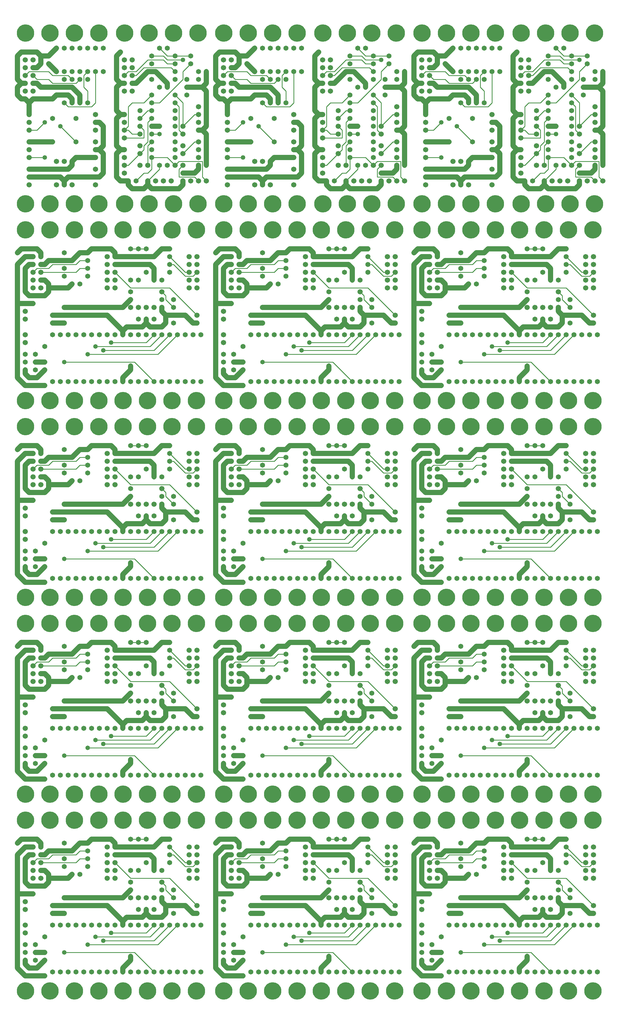
<source format=gbl>
%MOIN*%
%FSLAX25Y25*%
G04 D10 used for Character Trace; *
G04     Circle (OD=.01000) (No hole)*
G04 D11 used for Power Trace; *
G04     Circle (OD=.06500) (No hole)*
G04 D12 used for Signal Trace; *
G04     Circle (OD=.01100) (No hole)*
G04 D13 used for Via; *
G04     Circle (OD=.05800) (Round. Hole ID=.02800)*
G04 D14 used for Component hole; *
G04     Circle (OD=.06500) (Round. Hole ID=.03500)*
G04 D15 used for Component hole; *
G04     Circle (OD=.06700) (Round. Hole ID=.04300)*
G04 D16 used for Component hole; *
G04     Circle (OD=.08100) (Round. Hole ID=.05100)*
G04 D17 used for Component hole; *
G04     Circle (OD=.08900) (Round. Hole ID=.05900)*
G04 D18 used for Component hole; *
G04     Circle (OD=.11300) (Round. Hole ID=.08300)*
G04 D19 used for Component hole; *
G04     Circle (OD=.16000) (Round. Hole ID=.13000)*
G04 D20 used for Component hole; *
G04     Circle (OD=.18300) (Round. Hole ID=.15300)*
G04 D21 used for Component hole; *
G04     Circle (OD=.22291) (Round. Hole ID=.19291)*
%ADD10C,.01000*%
%ADD11C,.06500*%
%ADD12C,.01100*%
%ADD13C,.05800*%
%ADD14C,.06500*%
%ADD15C,.06700*%
%ADD16C,.08100*%
%ADD17C,.08900*%
%ADD18C,.11300*%
%ADD19C,.16000*%
%ADD20C,.18300*%
%ADD21C,.22291*%
%IPPOS*%
%LPD*%
G90*X0Y0D02*D21*X15625Y15625D03*D11*              
X15000Y35000D02*X40000D01*D14*D03*D11*            
X20000Y45000D02*X30000D01*X20000D02*              
X15000Y50000D01*Y55000D01*D14*D03*X28000Y65000D03*
D11*X40000D01*D14*D03*Y55000D03*D11*              
X30000Y45000D01*D14*X28000Y55000D03*D11*          
X15000Y35000D02*X5000Y45000D01*Y140000D01*        
X25000D01*D13*D03*D15*X15000Y130000D03*D11*       
X20000Y150000D02*X40000D01*X45000Y155000D01*      
Y160000D01*X70000D01*X75000Y165000D01*D14*D03*    
X65000Y175000D03*X85000Y165000D03*D12*            
X35000Y180000D02*X80000D01*D15*X35000D03*D12*     
X25000D02*X30000Y185000D01*D15*X25000Y180000D03*  
D12*X30000Y185000D02*X45000D01*X50000Y190000D01*  
X80000D01*X85000Y195000D01*X95000D01*D14*D03*D11* 
X75000D02*X85000Y205000D01*X65000Y195000D02*      
X75000D01*D14*X65000D03*D11*X45000D01*            
X40000Y190000D01*X35000D01*D15*D03*               
X25000Y200000D03*D11*X15000D01*X5000Y190000D01*   
Y140000D01*X20000Y150000D02*X15000Y155000D01*     
Y185000D01*X20000Y190000D01*X25000D01*D15*D03*    
X35000Y200000D03*D11*Y205000D01*X30000Y210000D01* 
X10000D01*X5000Y205000D01*D13*D03*D21*            
X15625Y234375D03*D11*X45000Y165000D02*            
X40000Y170000D01*X45000Y160000D02*Y165000D01*D15* 
X35000Y170000D03*D11*X40000D01*D15*               
X35000Y160000D03*X25000Y170000D03*Y160000D03*D14* 
X65000Y185000D03*Y205000D03*D15*Y135000D03*D11*   
X90000D01*D14*D03*D11*X140000D01*                 
X150000Y145000D01*D14*D03*D15*X160000Y135000D03*  
D14*X150000Y155000D03*D15*Y135000D03*D12*         
Y160000D02*X200000D01*X235000Y125000D01*D15*D03*  
D11*X230000Y115000D02*X235000D01*D15*D03*D11*     
X230000D02*X220000Y125000D01*X205000D01*D14*D03*  
D11*X195000D01*Y115000D01*X190000Y110000D01*      
X175000D01*X170000Y115000D01*X165000Y110000D01*   
X145000D01*X140000Y105000D01*Y100000D01*D14*D03*  
D11*Y105000D02*X120000Y125000D01*X90000D01*D14*   
D03*D11*X75000D01*D15*D03*D11*X50000D01*D14*D03*  
Y115000D03*D11*X65000D01*D15*D03*D14*             
X80000Y100000D03*X50000D03*X60000D03*X70000D03*   
X90000D03*X40000Y85000D03*X100000Y100000D03*      
X28000Y75000D03*D13*X105000Y85000D03*D12*         
X175000D01*X190000Y100000D01*D14*D03*X200000D03*  
D12*X180000Y80000D01*X115000D01*D13*D03*          
X125000Y90000D03*D12*X170000D01*X180000Y100000D01*
D14*D03*X170000D03*D11*Y115000D02*Y120000D01*D14* 
D03*X180000D03*X160000D03*D15*X180000Y135000D03*  
X170000D03*D14*X150000Y100000D03*X160000D03*D11*  
X195000Y125000D02*X190000Y130000D01*Y135000D01*   
D15*D03*D12*X205000D02*X195000Y145000D01*D14*     
X205000Y135000D03*D12*X195000Y145000D02*          
Y150000D01*X190000Y155000D01*D15*D03*D14*         
Y145000D03*X205000D03*X190000Y170000D03*          
X180000D03*D11*Y185000D01*X175000Y190000D01*      
X170000D01*D14*D03*D11*X130000D01*D15*D03*        
X120000Y200000D03*Y180000D03*X130000Y200000D03*   
D11*X170000D01*D14*D03*D11*X180000D01*            
X190000Y210000D01*X200000D01*D14*D03*Y200000D03*  
D12*X220000Y180000D01*X225000D01*D15*D03*D12*     
X220000Y175000D02*X230000D01*X220000D02*          
X205000Y190000D01*X200000D01*D14*D03*Y180000D03*  
D15*X225000Y170000D03*Y190000D03*Y200000D03*D14*  
X170000Y210000D03*D12*X160000D01*D14*D03*D12*     
X150000D01*D14*D03*D11*X130000Y200000D02*         
Y205000D01*X125000Y210000D01*X100000D01*          
X95000Y205000D01*D14*D03*D11*X85000D01*D12*       
X80000Y180000D02*X85000Y185000D01*X95000D01*D14*  
D03*Y175000D03*D15*X120000Y160000D03*Y170000D03*  
Y190000D03*X130000Y160000D03*Y170000D03*          
Y180000D03*D12*X150000Y160000D01*D14*             
X160000Y170000D03*X150000D03*X170000Y180000D03*   
X205000Y115000D03*X210000Y100000D03*D12*          
X185000Y75000D01*X95000D01*D13*D03*D14*           
X120000Y100000D03*X110000D03*D13*X65000Y65000D03* 
D12*X155000D01*X180000Y40000D01*D14*D03*          
X190000D03*X170000D03*X200000D03*X160000D03*D21*  
X203125Y15625D03*X171875D03*D13*X150000Y60000D03* 
D11*Y55000D01*X140000Y45000D01*Y40000D01*D14*D03* 
X150000D03*X130000D03*X120000D03*D21*             
X140625Y15625D03*D14*X110000Y40000D03*D21*        
X109375Y15625D03*D14*X100000Y40000D03*X90000D03*  
X80000D03*X130000Y100000D03*D21*X78125Y15625D03*  
D14*X210000Y40000D03*X70000D03*X220000D03*        
X60000D03*X220000Y100000D03*X230000Y40000D03*     
X50000D03*X230000Y100000D03*D21*X234375Y15625D03* 
X46875D03*D14*X240000Y40000D03*Y100000D03*D15*    
X235000Y160000D03*X225000D03*X15000Y120000D03*    
Y100000D03*Y90000D03*D14*Y75000D03*Y65000D03*D15* 
X235000Y170000D03*D12*X230000Y175000D02*          
X235000Y180000D01*D15*D03*Y190000D03*Y200000D03*  
D21*X234375Y234375D03*X203125D03*X171875D03*      
X140625D03*X109375D03*X78125D03*X46875D03*G90*    
X0Y2000D02*X234375Y267625D03*X203125D03*          
X171875D03*X140625D03*X109375D03*X78125D03*       
X46875D03*X15625D03*D14*X40000Y287000D03*D11*     
X15000D01*X5000Y297000D01*Y392000D01*X25000D01*   
D13*D03*D15*X15000Y382000D03*D11*X20000Y402000D02*
X40000D01*X45000Y407000D01*Y412000D01*X70000D01*  
X75000Y417000D01*D14*D03*X65000Y427000D03*        
X85000Y417000D03*D12*X35000Y432000D02*X80000D01*  
D15*X35000D03*D12*X25000D02*X30000Y437000D01*D15* 
X25000Y432000D03*D12*X30000Y437000D02*X45000D01*  
X50000Y442000D01*X80000D01*X85000Y447000D01*      
X95000D01*D14*D03*D11*X75000D02*X85000Y457000D01* 
X65000Y447000D02*X75000D01*D14*X65000D03*D11*     
X45000D01*X40000Y442000D01*X35000D01*D15*D03*     
X25000Y452000D03*D11*X15000D01*X5000Y442000D01*   
Y392000D01*X20000Y402000D02*X15000Y407000D01*     
Y437000D01*X20000Y442000D01*X25000D01*D15*D03*    
X35000Y452000D03*D11*Y457000D01*X30000Y462000D01* 
X10000D01*X5000Y457000D01*D13*D03*D21*            
X15625Y486375D03*D11*X45000Y417000D02*            
X40000Y422000D01*X45000Y412000D02*Y417000D01*D15* 
X35000Y422000D03*D11*X40000D01*D15*               
X35000Y412000D03*X25000Y422000D03*Y412000D03*D14* 
X65000Y437000D03*Y457000D03*D15*Y387000D03*D11*   
X90000D01*D14*D03*D11*X140000D01*                 
X150000Y397000D01*D14*D03*D15*X160000Y387000D03*  
D14*X150000Y407000D03*D15*Y387000D03*D12*         
Y412000D02*X200000D01*X235000Y377000D01*D15*D03*  
D11*X230000Y367000D02*X235000D01*D15*D03*D11*     
X230000D02*X220000Y377000D01*X205000D01*D14*D03*  
D11*X195000D01*Y367000D01*X190000Y362000D01*      
X175000D01*X170000Y367000D01*X165000Y362000D01*   
X145000D01*X140000Y357000D01*Y352000D01*D14*D03*  
D11*Y357000D02*X120000Y377000D01*X90000D01*D14*   
D03*D11*X75000D01*D15*D03*D11*X50000D01*D14*D03*  
Y367000D03*D11*X65000D01*D15*D03*D14*             
X80000Y352000D03*X50000D03*X60000D03*X70000D03*   
X90000D03*X40000Y337000D03*X100000Y352000D03*     
X28000Y327000D03*D13*X105000Y337000D03*D12*       
X175000D01*X190000Y352000D01*D14*D03*X200000D03*  
D12*X180000Y332000D01*X115000D01*D13*D03*         
X125000Y342000D03*D12*X170000D01*                 
X180000Y352000D01*D14*D03*X170000D03*D11*         
Y367000D02*Y372000D01*D14*D03*X180000D03*         
X160000D03*D15*X180000Y387000D03*X170000D03*D14*  
X150000Y352000D03*X160000D03*D11*                 
X195000Y377000D02*X190000Y382000D01*Y387000D01*   
D15*D03*D12*X205000D02*X195000Y397000D01*D14*     
X205000Y387000D03*D12*X195000Y397000D02*          
Y402000D01*X190000Y407000D01*D15*D03*D14*         
Y397000D03*X205000D03*X190000Y422000D03*          
X180000D03*D11*Y437000D01*X175000Y442000D01*      
X170000D01*D14*D03*D11*X130000D01*D15*D03*        
X120000Y452000D03*Y432000D03*X130000Y452000D03*   
D11*X170000D01*D14*D03*D11*X180000D01*            
X190000Y462000D01*X200000D01*D14*D03*Y452000D03*  
D12*X220000Y432000D01*X225000D01*D15*D03*D12*     
X220000Y427000D02*X230000D01*X220000D02*          
X205000Y442000D01*X200000D01*D14*D03*Y432000D03*  
D15*X225000Y422000D03*Y442000D03*Y452000D03*D14*  
X170000Y462000D03*D12*X160000D01*D14*D03*D12*     
X150000D01*D14*D03*D11*X130000Y452000D02*         
Y457000D01*X125000Y462000D01*X100000D01*          
X95000Y457000D01*D14*D03*D11*X85000D01*D12*       
X80000Y432000D02*X85000Y437000D01*X95000D01*D14*  
D03*Y427000D03*D15*X120000Y412000D03*Y422000D03*  
Y442000D03*X130000Y412000D03*Y422000D03*          
Y432000D03*D12*X150000Y412000D01*D14*             
X160000Y422000D03*X150000D03*X170000Y432000D03*   
X205000Y367000D03*X210000Y352000D03*D12*          
X185000Y327000D01*X95000D01*D13*D03*D14*          
X120000Y352000D03*X110000D03*D13*X65000Y317000D03*
D12*X155000D01*X180000Y292000D01*D14*D03*         
X190000D03*X170000D03*X200000D03*X160000D03*D13*  
X150000Y312000D03*D11*Y307000D01*                 
X140000Y297000D01*Y292000D01*D14*D03*X150000D03*  
X130000D03*X120000D03*X110000D03*X100000D03*      
X90000D03*X80000D03*X130000Y352000D03*            
X210000Y292000D03*X70000D03*X220000D03*X60000D03* 
X220000Y352000D03*X230000Y292000D03*X50000D03*    
X230000Y352000D03*X40000Y317000D03*D11*X28000D01* 
D14*D03*X15000Y327000D03*Y307000D03*D11*          
Y302000D01*X20000Y297000D01*X30000D01*            
X40000Y307000D01*D14*D03*X28000D03*               
X15000Y317000D03*D15*Y342000D03*Y352000D03*       
Y372000D03*D21*X203125Y486375D03*X171875D03*      
X140625D03*X109375D03*X78125D03*X46875D03*D15*    
X225000Y412000D03*D12*X230000Y427000D02*          
X235000Y432000D01*D15*D03*Y442000D03*Y422000D03*  
Y452000D03*Y412000D03*D21*X234375Y486375D03*D14*  
X240000Y352000D03*Y292000D03*G90*X0Y4000D02*D21*  
X234375Y519625D03*X203125D03*X171875D03*          
X140625D03*X109375D03*X78125D03*X46875D03*        
X15625D03*D14*X40000Y539000D03*D11*X15000D01*     
X5000Y549000D01*Y644000D01*X25000D01*D13*D03*D15* 
X15000Y634000D03*D11*X20000Y654000D02*X40000D01*  
X45000Y659000D01*Y664000D01*X70000D01*            
X75000Y669000D01*D14*D03*X65000Y679000D03*        
X85000Y669000D03*D12*X35000Y684000D02*X80000D01*  
D15*X35000D03*D12*X25000D02*X30000Y689000D01*D15* 
X25000Y684000D03*D12*X30000Y689000D02*X45000D01*  
X50000Y694000D01*X80000D01*X85000Y699000D01*      
X95000D01*D14*D03*D11*X75000D02*X85000Y709000D01* 
X65000Y699000D02*X75000D01*D14*X65000D03*D11*     
X45000D01*X40000Y694000D01*X35000D01*D15*D03*     
X25000Y704000D03*D11*X15000D01*X5000Y694000D01*   
Y644000D01*X20000Y654000D02*X15000Y659000D01*     
Y689000D01*X20000Y694000D01*X25000D01*D15*D03*    
X35000Y704000D03*D11*Y709000D01*X30000Y714000D01* 
X10000D01*X5000Y709000D01*D13*D03*D21*            
X15625Y738375D03*D11*X45000Y669000D02*            
X40000Y674000D01*X45000Y664000D02*Y669000D01*D15* 
X35000Y674000D03*D11*X40000D01*D15*               
X35000Y664000D03*X25000Y674000D03*Y664000D03*D14* 
X65000Y689000D03*Y709000D03*D15*Y639000D03*D11*   
X90000D01*D14*D03*D11*X140000D01*                 
X150000Y649000D01*D14*D03*D15*X160000Y639000D03*  
D14*X150000Y659000D03*D15*Y639000D03*D12*         
Y664000D02*X200000D01*X235000Y629000D01*D15*D03*  
D11*X230000Y619000D02*X235000D01*D15*D03*D11*     
X230000D02*X220000Y629000D01*X205000D01*D14*D03*  
D11*X195000D01*Y619000D01*X190000Y614000D01*      
X175000D01*X170000Y619000D01*X165000Y614000D01*   
X145000D01*X140000Y609000D01*Y604000D01*D14*D03*  
D11*Y609000D02*X120000Y629000D01*X90000D01*D14*   
D03*D11*X75000D01*D15*D03*D11*X50000D01*D14*D03*  
Y619000D03*D11*X65000D01*D15*D03*D14*             
X80000Y604000D03*X50000D03*X60000D03*X70000D03*   
X90000D03*X40000Y589000D03*X100000Y604000D03*     
X28000Y579000D03*D13*X105000Y589000D03*D12*       
X175000D01*X190000Y604000D01*D14*D03*X200000D03*  
D12*X180000Y584000D01*X115000D01*D13*D03*         
X125000Y594000D03*D12*X170000D01*                 
X180000Y604000D01*D14*D03*X170000D03*D11*         
Y619000D02*Y624000D01*D14*D03*X180000D03*         
X160000D03*D15*X180000Y639000D03*X170000D03*D14*  
X150000Y604000D03*X160000D03*D11*                 
X195000Y629000D02*X190000Y634000D01*Y639000D01*   
D15*D03*D12*X205000D02*X195000Y649000D01*D14*     
X205000Y639000D03*D12*X195000Y649000D02*          
Y654000D01*X190000Y659000D01*D15*D03*D14*         
Y649000D03*X205000D03*X190000Y674000D03*          
X180000D03*D11*Y689000D01*X175000Y694000D01*      
X170000D01*D14*D03*D11*X130000D01*D15*D03*        
X120000Y704000D03*Y684000D03*X130000Y704000D03*   
D11*X170000D01*D14*D03*D11*X180000D01*            
X190000Y714000D01*X200000D01*D14*D03*Y704000D03*  
D12*X220000Y684000D01*X225000D01*D15*D03*D12*     
X220000Y679000D02*X230000D01*X220000D02*          
X205000Y694000D01*X200000D01*D14*D03*Y684000D03*  
D15*X225000Y674000D03*Y694000D03*Y704000D03*D14*  
X170000Y714000D03*D12*X160000D01*D14*D03*D12*     
X150000D01*D14*D03*D11*X130000Y704000D02*         
Y709000D01*X125000Y714000D01*X100000D01*          
X95000Y709000D01*D14*D03*D11*X85000D01*D12*       
X80000Y684000D02*X85000Y689000D01*X95000D01*D14*  
D03*Y679000D03*D15*X120000Y664000D03*Y674000D03*  
Y694000D03*X130000Y664000D03*Y674000D03*          
Y684000D03*D12*X150000Y664000D01*D14*             
X160000Y674000D03*X150000D03*X170000Y684000D03*   
X205000Y619000D03*X210000Y604000D03*D12*          
X185000Y579000D01*X95000D01*D13*D03*D14*          
X120000Y604000D03*X110000D03*D13*X65000Y569000D03*
D12*X155000D01*X180000Y544000D01*D14*D03*         
X190000D03*X170000D03*X200000D03*X160000D03*D13*  
X150000Y564000D03*D11*Y559000D01*                 
X140000Y549000D01*Y544000D01*D14*D03*X150000D03*  
X130000D03*X120000D03*X110000D03*X100000D03*      
X90000D03*X80000D03*X130000Y604000D03*            
X210000Y544000D03*X70000D03*X220000D03*X60000D03* 
X220000Y604000D03*X230000Y544000D03*X50000D03*    
X230000Y604000D03*X40000Y569000D03*D11*X28000D01* 
D14*D03*X15000Y579000D03*Y559000D03*D11*          
Y554000D01*X20000Y549000D01*X30000D01*            
X40000Y559000D01*D14*D03*X28000D03*               
X15000Y569000D03*D15*Y594000D03*Y604000D03*       
Y624000D03*D21*X203125Y738375D03*X171875D03*      
X140625D03*X109375D03*X78125D03*X46875D03*D15*    
X225000Y664000D03*D12*X230000Y679000D02*          
X235000Y684000D01*D15*D03*Y694000D03*Y674000D03*  
Y704000D03*Y664000D03*D21*X234375Y738375D03*D14*  
X240000Y604000D03*Y544000D03*G90*X0Y1000D02*D21*  
X234375Y771625D03*X203125D03*X171875D03*          
X140625D03*X109375D03*X78125D03*X46875D03*        
X15625D03*D14*X40000Y791000D03*D11*X15000D01*     
X5000Y801000D01*Y896000D01*X25000D01*D13*D03*D15* 
X15000Y886000D03*D11*X20000Y906000D02*X40000D01*  
X45000Y911000D01*Y916000D01*X70000D01*            
X75000Y921000D01*D14*D03*X65000Y931000D03*        
X85000Y921000D03*D12*X35000Y936000D02*X80000D01*  
D15*X35000D03*D12*X25000D02*X30000Y941000D01*D15* 
X25000Y936000D03*D12*X30000Y941000D02*X45000D01*  
X50000Y946000D01*X80000D01*X85000Y951000D01*      
X95000D01*D14*D03*D11*X75000D02*X85000Y961000D01* 
X65000Y951000D02*X75000D01*D14*X65000D03*D11*     
X45000D01*X40000Y946000D01*X35000D01*D15*D03*     
X25000Y956000D03*D11*X15000D01*X5000Y946000D01*   
Y896000D01*X20000Y906000D02*X15000Y911000D01*     
Y941000D01*X20000Y946000D01*X25000D01*D15*D03*    
X35000Y956000D03*D11*Y961000D01*X30000Y966000D01* 
X10000D01*X5000Y961000D01*D13*D03*D21*            
X15625Y990375D03*D11*X45000Y921000D02*            
X40000Y926000D01*X45000Y916000D02*Y921000D01*D15* 
X35000Y926000D03*D11*X40000D01*D15*               
X35000Y916000D03*X25000Y926000D03*Y916000D03*D14* 
X65000Y941000D03*Y961000D03*D15*Y891000D03*D11*   
X90000D01*D14*D03*D11*X140000D01*                 
X150000Y901000D01*D14*D03*D15*X160000Y891000D03*  
D14*X150000Y911000D03*D15*Y891000D03*D12*         
Y916000D02*X200000D01*X235000Y881000D01*D15*D03*  
D11*X230000Y871000D02*X235000D01*D15*D03*D11*     
X230000D02*X220000Y881000D01*X205000D01*D14*D03*  
D11*X195000D01*Y871000D01*X190000Y866000D01*      
X175000D01*X170000Y871000D01*X165000Y866000D01*   
X145000D01*X140000Y861000D01*Y856000D01*D14*D03*  
D11*Y861000D02*X120000Y881000D01*X90000D01*D14*   
D03*D11*X75000D01*D15*D03*D11*X50000D01*D14*D03*  
Y871000D03*D11*X65000D01*D15*D03*D14*             
X80000Y856000D03*X50000D03*X60000D03*X70000D03*   
X90000D03*X40000Y841000D03*X100000Y856000D03*     
X28000Y831000D03*D13*X105000Y841000D03*D12*       
X175000D01*X190000Y856000D01*D14*D03*X200000D03*  
D12*X180000Y836000D01*X115000D01*D13*D03*         
X125000Y846000D03*D12*X170000D01*                 
X180000Y856000D01*D14*D03*X170000D03*D11*         
Y871000D02*Y876000D01*D14*D03*X180000D03*         
X160000D03*D15*X180000Y891000D03*X170000D03*D14*  
X150000Y856000D03*X160000D03*D11*                 
X195000Y881000D02*X190000Y886000D01*Y891000D01*   
D15*D03*D12*X205000D02*X195000Y901000D01*D14*     
X205000Y891000D03*D12*X195000Y901000D02*          
Y906000D01*X190000Y911000D01*D15*D03*D14*         
Y901000D03*X205000D03*X190000Y926000D03*          
X180000D03*D11*Y941000D01*X175000Y946000D01*      
X170000D01*D14*D03*D11*X130000D01*D15*D03*        
X120000Y956000D03*Y936000D03*X130000Y956000D03*   
D11*X170000D01*D14*D03*D11*X180000D01*            
X190000Y966000D01*X200000D01*D14*D03*Y956000D03*  
D12*X220000Y936000D01*X225000D01*D15*D03*D12*     
X220000Y931000D02*X230000D01*X220000D02*          
X205000Y946000D01*X200000D01*D14*D03*Y936000D03*  
D15*X225000Y926000D03*Y946000D03*Y956000D03*D14*  
X170000Y966000D03*D12*X160000D01*D14*D03*D12*     
X150000D01*D14*D03*D11*X130000Y956000D02*         
Y961000D01*X125000Y966000D01*X100000D01*          
X95000Y961000D01*D14*D03*D11*X85000D01*D12*       
X80000Y936000D02*X85000Y941000D01*X95000D01*D14*  
D03*Y931000D03*D15*X120000Y916000D03*Y926000D03*  
Y946000D03*X130000Y916000D03*Y926000D03*          
Y936000D03*D12*X150000Y916000D01*D14*             
X160000Y926000D03*X150000D03*X170000Y936000D03*   
X205000Y871000D03*X210000Y856000D03*D12*          
X185000Y831000D01*X95000D01*D13*D03*D14*          
X120000Y856000D03*X110000D03*D13*X65000Y821000D03*
D12*X155000D01*X180000Y796000D01*D14*D03*         
X190000D03*X170000D03*X200000D03*X160000D03*D13*  
X150000Y816000D03*D11*Y811000D01*                 
X140000Y801000D01*Y796000D01*D14*D03*X150000D03*  
X130000D03*X120000D03*X110000D03*X100000D03*      
X90000D03*X80000D03*X130000Y856000D03*            
X210000Y796000D03*X70000D03*X220000D03*X60000D03* 
X220000Y856000D03*X230000Y796000D03*X50000D03*    
X230000Y856000D03*X40000Y821000D03*D11*X28000D01* 
D14*D03*X15000Y831000D03*Y811000D03*D11*          
Y806000D01*X20000Y801000D01*X30000D01*            
X40000Y811000D01*D14*D03*X28000D03*               
X15000Y821000D03*D15*Y846000D03*Y856000D03*       
Y876000D03*D21*X203125Y990375D03*X171875D03*      
X140625D03*X109375D03*X78125D03*X46875D03*D15*    
X225000Y916000D03*D12*X230000Y931000D02*          
X235000Y936000D01*D15*D03*Y946000D03*Y926000D03*  
Y956000D03*Y916000D03*D21*X234375Y990375D03*D14*  
X240000Y856000D03*Y796000D03*G90*X0Y3000D02*D21*  
X109375Y1023625D03*X78125D03*X46875D03*X15625D03* 
D15*X105000Y1048000D03*X75000D03*X65000D03*D11*   
Y1053000D01*X70000Y1058000D01*X105000D01*D15*D03* 
D11*X110000D01*X115000Y1063000D01*Y1088000D01*    
X110000Y1093000D01*X105000D01*D15*D03*D11*        
X110000D02*X115000Y1098000D01*Y1123000D01*        
X110000Y1128000D01*X105000D01*D15*D03*Y1138000D03*
Y1118000D03*D12*X70000Y1148000D02*X100000D01*     
X70000D02*X65000Y1153000D01*D14*D03*              
X55000Y1163000D03*D11*X50000Y1158000D01*X25000D01*
X20000Y1153000D01*Y1138000D01*D15*D03*Y1128000D03*
D11*Y1153000D02*X15000Y1158000D01*X10000D01*      
X5000Y1163000D01*Y1173000D01*X10000Y1178000D01*   
X15000D01*D15*D03*D11*X10000D02*X5000Y1183000D01* 
Y1213000D01*X10000Y1218000D01*X30000D01*          
X35000Y1213000D01*Y1203000D01*X30000Y1198000D01*  
X25000D01*D15*D03*D12*X15000Y1188000D02*          
X20000Y1193000D01*D15*X15000Y1188000D03*D12*      
X20000Y1193000D02*X45000D01*X50000Y1188000D01*    
X70000D01*X75000Y1183000D01*D14*D03*D12*          
X50000Y1178000D02*X80000D01*X50000D02*            
X45000Y1183000D01*X30000D01*X25000Y1188000D01*D15*
D03*X15000Y1198000D03*X25000Y1178000D03*D11*      
X30000D01*X35000Y1173000D01*X55000D01*D14*D03*D11*
X75000D01*X85000Y1163000D01*Y1153000D01*D14*D03*  
D11*X75000D02*Y1158000D01*D14*Y1153000D03*D11*    
Y1158000D02*X70000Y1163000D01*X55000D01*D14*      
X65000Y1183000D03*D12*X80000Y1178000D02*          
X85000Y1183000D01*D14*D03*D12*X90000Y1173000D02*  
Y1188000D01*X95000Y1168000D02*X90000Y1173000D01*  
X95000Y1153000D02*Y1168000D01*D14*Y1153000D03*D12*
X100000Y1148000D02*X105000Y1153000D01*Y1193000D01*
D14*D03*X95000Y1183000D03*X115000Y1193000D03*     
X95000D03*D12*X90000Y1188000D01*D14*              
X85000Y1193000D03*X75000D03*X65000D03*            
X55000Y1223000D03*D11*X45000Y1213000D01*D14*D03*  
D11*X35000D01*D14*X45000Y1203000D03*D11*          
X55000Y1193000D01*D14*D03*X85000Y1223000D03*      
X75000D03*D15*X25000Y1208000D03*D14*              
X65000Y1223000D03*D15*X25000Y1168000D03*          
X15000Y1208000D03*Y1168000D03*D14*                
X95000Y1223000D03*D21*X78125Y1242375D03*X46875D03*
D14*X105000Y1223000D03*D21*X15625Y1242375D03*     
X109375D03*D14*X50000Y1133000D03*X80000D03*       
X115000Y1223000D03*D13*X40000Y1128000D03*D12*     
X30000Y1118000D01*X20000D01*D15*D03*Y1103000D03*  
D11*X50000D01*D14*D03*D13*X60000Y1123000D03*D12*  
X80000Y1103000D01*D14*D03*D11*X75000Y1078000D02*  
X80000Y1083000D01*D15*X75000Y1078000D03*D11*      
Y1073000D01*X70000Y1068000D01*X55000D01*D13*D03*  
D11*X20000D01*D15*D03*Y1058000D03*D11*X60000D01*  
X65000Y1053000D01*D15*X55000Y1048000D03*          
X65000Y1078000D03*X55000D03*D11*X80000Y1083000D02*
X105000D01*D15*D03*Y1068000D03*Y1103000D03*D13*   
X40000Y1083000D03*D12*X20000D01*D15*D03*          
Y1093000D03*Y1048000D03*G90*X2000Y3000D02*D21*    
X236375Y1023625D03*X205125D03*X173875D03*         
X142625D03*D11*X177000Y1043000D02*X212000D01*     
X177000D02*X172000Y1048000D01*X167000Y1043000D01* 
X152000D01*X147000Y1048000D01*Y1053000D01*D14*D03*
D11*X137000D01*X132000Y1058000D01*Y1088000D01*    
X137000Y1093000D01*X142000D01*D15*D03*D11*        
X137000D02*X132000Y1098000D01*Y1133000D01*        
X137000Y1138000D01*X142000D01*D15*D03*D11*        
X137000D02*X132000Y1143000D01*Y1173000D01*        
X137000Y1178000D01*X142000D01*D15*D03*D11*        
X137000D02*X132000Y1183000D01*Y1213000D01*        
X137000Y1218000D01*D13*D03*D15*X142000Y1208000D03*
X152000D03*X142000Y1198000D03*X152000D03*D21*     
X142625Y1242375D03*D12*X142000Y1188000D02*        
X147000Y1193000D01*D15*X142000Y1188000D03*D12*    
X147000Y1193000D02*X157000D01*X172000Y1208000D01* 
X192000D01*X197000Y1203000D01*X207000D01*D14*D03* 
D12*Y1193000D02*X202000Y1198000D01*D14*           
X207000Y1193000D03*D12*X167000Y1198000D02*        
X202000D01*X157000Y1188000D02*X167000Y1198000D01* 
X152000Y1188000D02*X157000D01*D15*X152000D03*     
Y1178000D03*D11*X157000D01*X172000Y1193000D01*    
X177000D01*D14*D03*D11*X182000D01*                
X197000Y1178000D01*Y1173000D01*D14*D03*           
X207000Y1163000D03*D12*X217000Y1153000D01*        
Y1123000D01*D15*D03*D12*X232000Y1138000D01*       
X237000D01*D15*D03*Y1148000D03*Y1128000D03*D11*   
X242000Y1118000D02*X247000Y1123000D01*Y1113000D02*
X242000Y1118000D01*X247000Y1073000D02*Y1113000D01*
D13*Y1073000D03*D12*X242000Y1058000D02*           
Y1078000D01*X247000Y1053000D02*X242000Y1058000D01*
D15*X247000Y1053000D03*X237000D03*D12*            
X232000Y1058000D01*X212000D01*Y1068000D01*        
X217000Y1073000D01*D15*D03*D12*X207000D02*        
X212000Y1078000D01*D15*X207000Y1073000D03*D12*    
X197000Y1083000D01*X177000D01*D14*D03*D12*        
Y1068000D01*X172000Y1063000D01*X167000D01*        
X157000Y1053000D01*D14*D03*D15*X142000Y1063000D03*
D11*X172000Y1048000D02*Y1053000D01*D15*D03*D12*   
X187000Y1068000D01*Y1073000D01*D14*D03*X197000D03*
D15*X172000D03*D12*Y1098000D01*X177000Y1103000D01*
D14*D03*D12*X167000Y1098000D02*X172000Y1103000D01*
X167000Y1093000D02*Y1098000D01*X162000Y1088000D02*
X167000Y1093000D01*D15*X162000Y1088000D03*D12*    
X147000Y1073000D01*X142000D01*D15*D03*Y1083000D03*
X162000Y1073000D03*Y1098000D03*D12*               
X172000Y1103000D02*Y1128000D01*X177000Y1133000D01*
D14*D03*D13*X187000Y1123000D03*D11*X177000D01*D14*
D03*D13*X187000Y1113000D03*D12*X177000D01*D14*D03*
D12*X167000Y1108000D02*Y1118000D01*               
X142000Y1108000D02*X167000D01*D15*X142000D03*D12* 
X152000Y1113000D02*X147000Y1118000D01*            
X152000Y1113000D02*X162000D01*D15*D03*D12*        
X167000Y1118000D02*X162000Y1123000D01*D15*D03*D14*
Y1133000D03*D12*X172000Y1143000D01*X177000D01*D14*
D03*D12*Y1153000D02*X187000D01*D14*X177000D03*D12*
X187000D02*X217000Y1183000D01*Y1193000D01*        
X227000Y1203000D01*D14*D03*X237000Y1193000D03*D13*
X217000Y1208000D03*D12*X197000D01*                
X192000Y1213000D01*X177000D01*D14*D03*            
X187000Y1223000D03*D12*X197000Y1213000D01*        
X207000D01*D14*D03*D12*X227000D01*D14*D03*        
X247000Y1193000D03*D11*Y1183000D01*D14*D03*D11*   
Y1178000D01*X242000Y1173000D01*X247000Y1168000D01*
Y1123000D01*X237000Y1118000D02*X242000D01*D15*    
X237000D03*D12*X217000Y1088000D02*                
X232000Y1103000D01*D15*X217000Y1088000D03*D14*    
X207000Y1093000D03*D12*X212000Y1078000D02*        
X242000D01*D15*X237000Y1083000D03*Y1073000D03*D11*
Y1068000D01*X232000Y1063000D01*X217000D01*D13*D03*
D15*X227000Y1053000D03*X217000D03*D11*Y1048000D01*
X212000Y1043000D01*D15*X202000Y1053000D03*        
X192000D03*X182000D03*D14*X207000Y1083000D03*D15* 
X237000Y1093000D03*D14*X177000D03*D15*            
X217000Y1098000D03*X237000Y1103000D03*D12*        
X232000D01*D15*X217000Y1113000D03*D12*            
X212000Y1118000D01*Y1148000D01*X207000Y1153000D01*
D14*D03*Y1143000D03*X222000Y1163000D03*           
X187000Y1173000D03*X222000D03*D11*X242000D01*D14* 
X237000Y1183000D03*X222000D03*X207000D03*         
Y1133000D03*Y1123000D03*X197000Y1223000D03*       
X207000Y1113000D03*X177000Y1203000D03*Y1183000D03*
Y1163000D03*D12*X167000Y1153000D01*X152000D01*    
X147000Y1148000D01*Y1123000D01*X142000Y1118000D01*
D15*D03*D12*X147000D01*D15*X142000Y1128000D03*D14*
X162000Y1143000D03*D15*X152000Y1168000D03*        
X142000D03*D14*X207000Y1103000D03*D21*            
X236375Y1242375D03*X205125D03*X173875D03*G90*     
X4000Y0D02*D11*X269000Y35000D02*X259000Y45000D01* 
X269000Y35000D02*X294000D01*D14*D03*D11*          
X274000Y45000D02*X284000D01*X274000D02*           
X269000Y50000D01*Y55000D01*D14*D03*               
X282000Y65000D03*D11*X294000D01*D14*D03*Y55000D03*
D11*X284000Y45000D01*D14*X282000Y55000D03*        
X304000Y40000D03*X269000Y65000D03*D11*            
X259000Y45000D02*Y140000D01*X279000D01*D13*D03*   
D15*X269000Y130000D03*D11*X274000Y150000D02*      
X294000D01*X299000Y155000D01*Y160000D01*          
X324000D01*X329000Y165000D01*D14*D03*             
X319000Y175000D03*X339000Y165000D03*D12*          
X289000Y180000D02*X334000D01*D15*X289000D03*D12*  
X279000D02*X284000Y185000D01*D15*                 
X279000Y180000D03*D12*X284000Y185000D02*          
X299000D01*X304000Y190000D01*X334000D01*          
X339000Y195000D01*X349000D01*D14*D03*D11*         
X329000D02*X339000Y205000D01*X319000Y195000D02*   
X329000D01*D14*X319000D03*D11*X299000D01*         
X294000Y190000D01*X289000D01*D15*D03*             
X279000Y200000D03*D11*X269000D01*                 
X259000Y190000D01*Y140000D01*X274000Y150000D02*   
X269000Y155000D01*Y185000D01*X274000Y190000D01*   
X279000D01*D15*D03*X289000Y200000D03*D11*         
Y205000D01*X284000Y210000D01*X264000D01*          
X259000Y205000D01*D13*D03*D21*X269625Y234375D03*  
D11*X299000Y165000D02*X294000Y170000D01*          
X299000Y160000D02*Y165000D01*D15*                 
X289000Y170000D03*D11*X294000D01*D15*             
X289000Y160000D03*X279000Y170000D03*Y160000D03*   
D14*X319000Y185000D03*Y205000D03*D15*Y135000D03*  
D11*X344000D01*D14*D03*D11*X394000D01*            
X404000Y145000D01*D14*D03*D15*X414000Y135000D03*  
D14*X404000Y155000D03*D15*Y135000D03*D12*         
Y160000D02*X454000D01*X489000Y125000D01*D15*D03*  
D11*X484000Y115000D02*X489000D01*D15*D03*D11*     
X484000D02*X474000Y125000D01*X459000D01*D14*D03*  
D11*X449000D01*Y115000D01*X444000Y110000D01*      
X429000D01*X424000Y115000D01*X419000Y110000D01*   
X399000D01*X394000Y105000D01*Y100000D01*D14*D03*  
D11*Y105000D02*X374000Y125000D01*X344000D01*D14*  
D03*D11*X329000D01*D15*D03*D11*X304000D01*D14*D03*
Y115000D03*D11*X319000D01*D15*D03*D14*            
X334000Y100000D03*X304000D03*X314000D03*          
X324000D03*X344000D03*X294000Y85000D03*           
X354000Y100000D03*X282000Y75000D03*D13*           
X359000Y85000D03*D12*X429000D01*X444000Y100000D01*
D14*D03*X454000D03*D12*X434000Y80000D01*          
X369000D01*D13*D03*X379000Y90000D03*D12*          
X424000D01*X434000Y100000D01*D14*D03*X424000D03*  
D11*Y115000D02*Y120000D01*D14*D03*X434000D03*     
X414000D03*D15*X434000Y135000D03*X424000D03*D14*  
X404000Y100000D03*X414000D03*D11*                 
X449000Y125000D02*X444000Y130000D01*Y135000D01*   
D15*D03*D12*X459000D02*X449000Y145000D01*D14*     
X459000Y135000D03*D12*X449000Y145000D02*          
Y150000D01*X444000Y155000D01*D15*D03*D14*         
Y145000D03*X459000D03*X444000Y170000D03*          
X434000D03*D11*Y185000D01*X429000Y190000D01*      
X424000D01*D14*D03*D11*X384000D01*D15*D03*        
X374000Y200000D03*Y180000D03*X384000Y200000D03*   
D11*X424000D01*D14*D03*D11*X434000D01*            
X444000Y210000D01*X454000D01*D14*D03*Y200000D03*  
D12*X474000Y180000D01*X479000D01*D15*D03*D12*     
X474000Y175000D02*X484000D01*X474000D02*          
X459000Y190000D01*X454000D01*D14*D03*Y180000D03*  
D15*X479000Y170000D03*Y190000D03*Y200000D03*D14*  
X424000Y210000D03*D12*X414000D01*D14*D03*D12*     
X404000D01*D14*D03*D11*X384000Y200000D02*         
Y205000D01*X379000Y210000D01*X354000D01*          
X349000Y205000D01*D14*D03*D11*X339000D01*D12*     
X334000Y180000D02*X339000Y185000D01*X349000D01*   
D14*D03*Y175000D03*D15*X374000Y160000D03*         
Y170000D03*Y190000D03*X384000Y160000D03*          
Y170000D03*Y180000D03*D12*X404000Y160000D01*D14*  
X414000Y170000D03*X404000D03*X424000Y180000D03*   
X459000Y115000D03*X464000Y100000D03*D12*          
X439000Y75000D01*X349000D01*D13*D03*D14*          
X374000Y100000D03*X364000D03*D13*X319000Y65000D03*
D12*X409000D01*X434000Y40000D01*D14*D03*          
X444000D03*X424000D03*X454000D03*X414000D03*D21*  
X457125Y15625D03*X425875D03*D13*X404000Y60000D03* 
D11*Y55000D01*X394000Y45000D01*Y40000D01*D14*D03* 
X404000D03*X384000D03*X374000D03*D21*             
X394625Y15625D03*D14*X364000Y40000D03*D21*        
X363375Y15625D03*D14*X354000Y40000D03*X344000D03* 
X334000D03*X384000Y100000D03*D21*X332125Y15625D03*
D14*X464000Y40000D03*X324000D03*X474000D03*       
X314000D03*X474000Y100000D03*X484000Y40000D03*    
Y100000D03*D21*X488375Y15625D03*X300875D03*D14*   
X494000Y40000D03*Y100000D03*D15*X489000Y160000D03*
X479000D03*X269000Y120000D03*Y100000D03*Y90000D03*
D14*Y75000D03*D21*X269625Y15625D03*D15*           
X489000Y170000D03*D12*X484000Y175000D02*          
X489000Y180000D01*D15*D03*Y190000D03*Y200000D03*  
D21*X488375Y234375D03*X457125D03*X425875D03*      
X394625D03*X363375D03*X332125D03*X300875D03*G90*  
X4000Y2000D02*X269625Y267625D03*D11*              
X269000Y287000D02*X294000D01*D14*D03*D11*         
X274000Y297000D02*X284000D01*X274000D02*          
X269000Y302000D01*Y307000D01*D14*D03*             
X282000Y317000D03*D11*X294000D01*D14*D03*         
Y307000D03*D11*X284000Y297000D01*D14*             
X282000Y307000D03*D11*X269000Y287000D02*          
X259000Y297000D01*Y392000D01*X279000D01*D13*D03*  
D15*X269000Y382000D03*D11*X274000Y402000D02*      
X294000D01*X299000Y407000D01*Y412000D01*          
X324000D01*X329000Y417000D01*D14*D03*             
X319000Y427000D03*X339000Y417000D03*D12*          
X289000Y432000D02*X334000D01*D15*X289000D03*D12*  
X279000D02*X284000Y437000D01*D15*                 
X279000Y432000D03*D12*X284000Y437000D02*          
X299000D01*X304000Y442000D01*X334000D01*          
X339000Y447000D01*X349000D01*D14*D03*D11*         
X329000D02*X339000Y457000D01*X319000Y447000D02*   
X329000D01*D14*X319000D03*D11*X299000D01*         
X294000Y442000D01*X289000D01*D15*D03*             
X279000Y452000D03*D11*X269000D01*                 
X259000Y442000D01*Y392000D01*X274000Y402000D02*   
X269000Y407000D01*Y437000D01*X274000Y442000D01*   
X279000D01*D15*D03*X289000Y452000D03*D11*         
Y457000D01*X284000Y462000D01*X264000D01*          
X259000Y457000D01*D13*D03*D21*X269625Y486375D03*  
D11*X299000Y417000D02*X294000Y422000D01*          
X299000Y412000D02*Y417000D01*D15*                 
X289000Y422000D03*D11*X294000D01*D15*             
X289000Y412000D03*X279000Y422000D03*Y412000D03*   
D14*X319000Y437000D03*Y457000D03*D15*Y387000D03*  
D11*X344000D01*D14*D03*D11*X394000D01*            
X404000Y397000D01*D14*D03*D15*X414000Y387000D03*  
D14*X404000Y407000D03*D15*Y387000D03*D12*         
Y412000D02*X454000D01*X489000Y377000D01*D15*D03*  
D11*X484000Y367000D02*X489000D01*D15*D03*D11*     
X484000D02*X474000Y377000D01*X459000D01*D14*D03*  
D11*X449000D01*Y367000D01*X444000Y362000D01*      
X429000D01*X424000Y367000D01*X419000Y362000D01*   
X399000D01*X394000Y357000D01*Y352000D01*D14*D03*  
D11*Y357000D02*X374000Y377000D01*X344000D01*D14*  
D03*D11*X329000D01*D15*D03*D11*X304000D01*D14*D03*
Y367000D03*D11*X319000D01*D15*D03*D14*            
X334000Y352000D03*X304000D03*X314000D03*          
X324000D03*X344000D03*X294000Y337000D03*          
X354000Y352000D03*X282000Y327000D03*D13*          
X359000Y337000D03*D12*X429000D01*                 
X444000Y352000D01*D14*D03*X454000D03*D12*         
X434000Y332000D01*X369000D01*D13*D03*             
X379000Y342000D03*D12*X424000D01*                 
X434000Y352000D01*D14*D03*X424000D03*D11*         
Y367000D02*Y372000D01*D14*D03*X434000D03*         
X414000D03*D15*X434000Y387000D03*X424000D03*D14*  
X404000Y352000D03*X414000D03*D11*                 
X449000Y377000D02*X444000Y382000D01*Y387000D01*   
D15*D03*D12*X459000D02*X449000Y397000D01*D14*     
X459000Y387000D03*D12*X449000Y397000D02*          
Y402000D01*X444000Y407000D01*D15*D03*D14*         
Y397000D03*X459000D03*X444000Y422000D03*          
X434000D03*D11*Y437000D01*X429000Y442000D01*      
X424000D01*D14*D03*D11*X384000D01*D15*D03*        
X374000Y452000D03*Y432000D03*X384000Y452000D03*   
D11*X424000D01*D14*D03*D11*X434000D01*            
X444000Y462000D01*X454000D01*D14*D03*Y452000D03*  
D12*X474000Y432000D01*X479000D01*D15*D03*D12*     
X474000Y427000D02*X484000D01*X474000D02*          
X459000Y442000D01*X454000D01*D14*D03*Y432000D03*  
D15*X479000Y422000D03*Y442000D03*Y452000D03*D14*  
X424000Y462000D03*D12*X414000D01*D14*D03*D12*     
X404000D01*D14*D03*D11*X384000Y452000D02*         
Y457000D01*X379000Y462000D01*X354000D01*          
X349000Y457000D01*D14*D03*D11*X339000D01*D12*     
X334000Y432000D02*X339000Y437000D01*X349000D01*   
D14*D03*Y427000D03*D15*X374000Y412000D03*         
Y422000D03*Y442000D03*X384000Y412000D03*          
Y422000D03*Y432000D03*D12*X404000Y412000D01*D14*  
X414000Y422000D03*X404000D03*X424000Y432000D03*   
X459000Y367000D03*X464000Y352000D03*D12*          
X439000Y327000D01*X349000D01*D13*D03*D14*         
X374000Y352000D03*X364000D03*D13*                 
X319000Y317000D03*D12*X409000D01*                 
X434000Y292000D01*D14*D03*X444000D03*X424000D03*  
X454000D03*X414000D03*D21*X457125Y267625D03*      
X425875D03*D13*X404000Y312000D03*D11*Y307000D01*  
X394000Y297000D01*Y292000D01*D14*D03*X404000D03*  
X384000D03*X374000D03*D21*X394625Y267625D03*D14*  
X364000Y292000D03*D21*X363375Y267625D03*D14*      
X354000Y292000D03*X344000D03*X334000D03*          
X384000Y352000D03*D21*X332125Y267625D03*D14*      
X464000Y292000D03*X324000D03*X474000D03*          
X314000D03*X474000Y352000D03*X484000Y292000D03*   
X304000D03*X484000Y352000D03*D21*                 
X488375Y267625D03*X300875D03*D14*                 
X494000Y292000D03*Y352000D03*D15*                 
X489000Y412000D03*X479000D03*X269000Y372000D03*   
Y352000D03*Y342000D03*D14*Y327000D03*Y317000D03*  
D15*X489000Y422000D03*D12*X484000Y427000D02*      
X489000Y432000D01*D15*D03*Y442000D03*Y452000D03*  
D21*X488375Y486375D03*X457125D03*X425875D03*      
X394625D03*X363375D03*X332125D03*X300875D03*G90*  
X4000Y4000D02*X488375Y519625D03*X457125D03*       
X425875D03*X394625D03*X363375D03*X332125D03*      
X300875D03*X269625D03*D14*X294000Y539000D03*D11*  
X269000D01*X259000Y549000D01*Y644000D01*          
X279000D01*D13*D03*D15*X269000Y634000D03*D11*     
X274000Y654000D02*X294000D01*X299000Y659000D01*   
Y664000D01*X324000D01*X329000Y669000D01*D14*D03*  
X319000Y679000D03*X339000Y669000D03*D12*          
X289000Y684000D02*X334000D01*D15*X289000D03*D12*  
X279000D02*X284000Y689000D01*D15*                 
X279000Y684000D03*D12*X284000Y689000D02*          
X299000D01*X304000Y694000D01*X334000D01*          
X339000Y699000D01*X349000D01*D14*D03*D11*         
X329000D02*X339000Y709000D01*X319000Y699000D02*   
X329000D01*D14*X319000D03*D11*X299000D01*         
X294000Y694000D01*X289000D01*D15*D03*             
X279000Y704000D03*D11*X269000D01*                 
X259000Y694000D01*Y644000D01*X274000Y654000D02*   
X269000Y659000D01*Y689000D01*X274000Y694000D01*   
X279000D01*D15*D03*X289000Y704000D03*D11*         
Y709000D01*X284000Y714000D01*X264000D01*          
X259000Y709000D01*D13*D03*D21*X269625Y738375D03*  
D11*X299000Y669000D02*X294000Y674000D01*          
X299000Y664000D02*Y669000D01*D15*                 
X289000Y674000D03*D11*X294000D01*D15*             
X289000Y664000D03*X279000Y674000D03*Y664000D03*   
D14*X319000Y689000D03*Y709000D03*D15*Y639000D03*  
D11*X344000D01*D14*D03*D11*X394000D01*            
X404000Y649000D01*D14*D03*D15*X414000Y639000D03*  
D14*X404000Y659000D03*D15*Y639000D03*D12*         
Y664000D02*X454000D01*X489000Y629000D01*D15*D03*  
D11*X484000Y619000D02*X489000D01*D15*D03*D11*     
X484000D02*X474000Y629000D01*X459000D01*D14*D03*  
D11*X449000D01*Y619000D01*X444000Y614000D01*      
X429000D01*X424000Y619000D01*X419000Y614000D01*   
X399000D01*X394000Y609000D01*Y604000D01*D14*D03*  
D11*Y609000D02*X374000Y629000D01*X344000D01*D14*  
D03*D11*X329000D01*D15*D03*D11*X304000D01*D14*D03*
Y619000D03*D11*X319000D01*D15*D03*D14*            
X334000Y604000D03*X304000D03*X314000D03*          
X324000D03*X344000D03*X294000Y589000D03*          
X354000Y604000D03*X282000Y579000D03*D13*          
X359000Y589000D03*D12*X429000D01*                 
X444000Y604000D01*D14*D03*X454000D03*D12*         
X434000Y584000D01*X369000D01*D13*D03*             
X379000Y594000D03*D12*X424000D01*                 
X434000Y604000D01*D14*D03*X424000D03*D11*         
Y619000D02*Y624000D01*D14*D03*X434000D03*         
X414000D03*D15*X434000Y639000D03*X424000D03*D14*  
X404000Y604000D03*X414000D03*D11*                 
X449000Y629000D02*X444000Y634000D01*Y639000D01*   
D15*D03*D12*X459000D02*X449000Y649000D01*D14*     
X459000Y639000D03*D12*X449000Y649000D02*          
Y654000D01*X444000Y659000D01*D15*D03*D14*         
Y649000D03*X459000D03*X444000Y674000D03*          
X434000D03*D11*Y689000D01*X429000Y694000D01*      
X424000D01*D14*D03*D11*X384000D01*D15*D03*        
X374000Y704000D03*Y684000D03*X384000Y704000D03*   
D11*X424000D01*D14*D03*D11*X434000D01*            
X444000Y714000D01*X454000D01*D14*D03*Y704000D03*  
D12*X474000Y684000D01*X479000D01*D15*D03*D12*     
X474000Y679000D02*X484000D01*X474000D02*          
X459000Y694000D01*X454000D01*D14*D03*Y684000D03*  
D15*X479000Y674000D03*Y694000D03*Y704000D03*D14*  
X424000Y714000D03*D12*X414000D01*D14*D03*D12*     
X404000D01*D14*D03*D11*X384000Y704000D02*         
Y709000D01*X379000Y714000D01*X354000D01*          
X349000Y709000D01*D14*D03*D11*X339000D01*D12*     
X334000Y684000D02*X339000Y689000D01*X349000D01*   
D14*D03*Y679000D03*D15*X374000Y664000D03*         
Y674000D03*Y694000D03*X384000Y664000D03*          
Y674000D03*Y684000D03*D12*X404000Y664000D01*D14*  
X414000Y674000D03*X404000D03*X424000Y684000D03*   
X459000Y619000D03*X464000Y604000D03*D12*          
X439000Y579000D01*X349000D01*D13*D03*D14*         
X374000Y604000D03*X364000D03*D13*                 
X319000Y569000D03*D12*X409000D01*                 
X434000Y544000D01*D14*D03*X444000D03*X424000D03*  
X454000D03*X414000D03*D13*X404000Y564000D03*D11*  
Y559000D01*X394000Y549000D01*Y544000D01*D14*D03*  
X404000D03*X384000D03*X374000D03*X364000D03*      
X354000D03*X344000D03*X334000D03*                 
X384000Y604000D03*X464000Y544000D03*X324000D03*   
X474000D03*X314000D03*X474000Y604000D03*          
X484000Y544000D03*X304000D03*X484000Y604000D03*   
X294000Y569000D03*D11*X282000D01*D14*D03*         
X269000Y579000D03*Y559000D03*D11*Y554000D01*      
X274000Y549000D01*X284000D01*X294000Y559000D01*   
D14*D03*X282000D03*X269000Y569000D03*D15*         
Y594000D03*Y604000D03*Y624000D03*D21*             
X457125Y738375D03*X425875D03*X394625D03*          
X363375D03*X332125D03*X300875D03*D15*             
X479000Y664000D03*D12*X484000Y679000D02*          
X489000Y684000D01*D15*D03*Y694000D03*Y674000D03*  
Y704000D03*Y664000D03*D21*X488375Y738375D03*D14*  
X494000Y604000D03*Y544000D03*G90*X4000Y1000D02*   
D21*X488375Y771625D03*X457125D03*X425875D03*      
X394625D03*X363375D03*X332125D03*X300875D03*      
X269625D03*D14*X294000Y791000D03*D11*X269000D01*  
X259000Y801000D01*Y896000D01*X279000D01*D13*D03*  
D15*X269000Y886000D03*D11*X274000Y906000D02*      
X294000D01*X299000Y911000D01*Y916000D01*          
X324000D01*X329000Y921000D01*D14*D03*             
X319000Y931000D03*X339000Y921000D03*D12*          
X289000Y936000D02*X334000D01*D15*X289000D03*D12*  
X279000D02*X284000Y941000D01*D15*                 
X279000Y936000D03*D12*X284000Y941000D02*          
X299000D01*X304000Y946000D01*X334000D01*          
X339000Y951000D01*X349000D01*D14*D03*D11*         
X329000D02*X339000Y961000D01*X319000Y951000D02*   
X329000D01*D14*X319000D03*D11*X299000D01*         
X294000Y946000D01*X289000D01*D15*D03*             
X279000Y956000D03*D11*X269000D01*                 
X259000Y946000D01*Y896000D01*X274000Y906000D02*   
X269000Y911000D01*Y941000D01*X274000Y946000D01*   
X279000D01*D15*D03*X289000Y956000D03*D11*         
Y961000D01*X284000Y966000D01*X264000D01*          
X259000Y961000D01*D13*D03*D21*X269625Y990375D03*  
D11*X299000Y921000D02*X294000Y926000D01*          
X299000Y916000D02*Y921000D01*D15*                 
X289000Y926000D03*D11*X294000D01*D15*             
X289000Y916000D03*X279000Y926000D03*Y916000D03*   
D14*X319000Y941000D03*Y961000D03*D15*Y891000D03*  
D11*X344000D01*D14*D03*D11*X394000D01*            
X404000Y901000D01*D14*D03*D15*X414000Y891000D03*  
D14*X404000Y911000D03*D15*Y891000D03*D12*         
Y916000D02*X454000D01*X489000Y881000D01*D15*D03*  
D11*X484000Y871000D02*X489000D01*D15*D03*D11*     
X484000D02*X474000Y881000D01*X459000D01*D14*D03*  
D11*X449000D01*Y871000D01*X444000Y866000D01*      
X429000D01*X424000Y871000D01*X419000Y866000D01*   
X399000D01*X394000Y861000D01*Y856000D01*D14*D03*  
D11*Y861000D02*X374000Y881000D01*X344000D01*D14*  
D03*D11*X329000D01*D15*D03*D11*X304000D01*D14*D03*
Y871000D03*D11*X319000D01*D15*D03*D14*            
X334000Y856000D03*X304000D03*X314000D03*          
X324000D03*X344000D03*X294000Y841000D03*          
X354000Y856000D03*X282000Y831000D03*D13*          
X359000Y841000D03*D12*X429000D01*                 
X444000Y856000D01*D14*D03*X454000D03*D12*         
X434000Y836000D01*X369000D01*D13*D03*             
X379000Y846000D03*D12*X424000D01*                 
X434000Y856000D01*D14*D03*X424000D03*D11*         
Y871000D02*Y876000D01*D14*D03*X434000D03*         
X414000D03*D15*X434000Y891000D03*X424000D03*D14*  
X404000Y856000D03*X414000D03*D11*                 
X449000Y881000D02*X444000Y886000D01*Y891000D01*   
D15*D03*D12*X459000D02*X449000Y901000D01*D14*     
X459000Y891000D03*D12*X449000Y901000D02*          
Y906000D01*X444000Y911000D01*D15*D03*D14*         
Y901000D03*X459000D03*X444000Y926000D03*          
X434000D03*D11*Y941000D01*X429000Y946000D01*      
X424000D01*D14*D03*D11*X384000D01*D15*D03*        
X374000Y956000D03*Y936000D03*X384000Y956000D03*   
D11*X424000D01*D14*D03*D11*X434000D01*            
X444000Y966000D01*X454000D01*D14*D03*Y956000D03*  
D12*X474000Y936000D01*X479000D01*D15*D03*D12*     
X474000Y931000D02*X484000D01*X474000D02*          
X459000Y946000D01*X454000D01*D14*D03*Y936000D03*  
D15*X479000Y926000D03*Y946000D03*Y956000D03*D14*  
X424000Y966000D03*D12*X414000D01*D14*D03*D12*     
X404000D01*D14*D03*D11*X384000Y956000D02*         
Y961000D01*X379000Y966000D01*X354000D01*          
X349000Y961000D01*D14*D03*D11*X339000D01*D12*     
X334000Y936000D02*X339000Y941000D01*X349000D01*   
D14*D03*Y931000D03*D15*X374000Y916000D03*         
Y926000D03*Y946000D03*X384000Y916000D03*          
Y926000D03*Y936000D03*D12*X404000Y916000D01*D14*  
X414000Y926000D03*X404000D03*X424000Y936000D03*   
X459000Y871000D03*X464000Y856000D03*D12*          
X439000Y831000D01*X349000D01*D13*D03*D14*         
X374000Y856000D03*X364000D03*D13*                 
X319000Y821000D03*D12*X409000D01*                 
X434000Y796000D01*D14*D03*X444000D03*X424000D03*  
X454000D03*X414000D03*D13*X404000Y816000D03*D11*  
Y811000D01*X394000Y801000D01*Y796000D01*D14*D03*  
X404000D03*X384000D03*X374000D03*X364000D03*      
X354000D03*X344000D03*X334000D03*                 
X384000Y856000D03*X464000Y796000D03*X324000D03*   
X474000D03*X314000D03*X474000Y856000D03*          
X484000Y796000D03*X304000D03*X484000Y856000D03*   
X294000Y821000D03*D11*X282000D01*D14*D03*         
X269000Y831000D03*Y811000D03*D11*Y806000D01*      
X274000Y801000D01*X284000D01*X294000Y811000D01*   
D14*D03*X282000D03*X269000Y821000D03*D15*         
Y846000D03*Y856000D03*Y876000D03*D21*             
X457125Y990375D03*X425875D03*X394625D03*          
X363375D03*X332125D03*X300875D03*D15*             
X479000Y916000D03*D12*X484000Y931000D02*          
X489000Y936000D01*D15*D03*Y946000D03*Y926000D03*  
Y956000D03*Y916000D03*D21*X488375Y990375D03*D14*  
X494000Y856000D03*Y796000D03*G90*X4000Y3000D02*   
D21*X363375Y1023625D03*X332125D03*X300875D03*     
X269625D03*D15*X359000Y1048000D03*X329000D03*     
X319000D03*D11*Y1053000D01*X324000Y1058000D01*    
X359000D01*D15*D03*D11*X364000D01*                
X369000Y1063000D01*Y1088000D01*X364000Y1093000D01*
X359000D01*D15*D03*D11*X364000D02*                
X369000Y1098000D01*Y1123000D01*X364000Y1128000D01*
X359000D01*D15*D03*Y1138000D03*Y1118000D03*D12*   
X324000Y1148000D02*X354000D01*X324000D02*         
X319000Y1153000D01*D14*D03*X309000Y1163000D03*D11*
X304000Y1158000D01*X279000D01*X274000Y1153000D01* 
Y1138000D01*D15*D03*Y1128000D03*D11*Y1153000D02*  
X269000Y1158000D01*X264000D01*X259000Y1163000D01* 
Y1173000D01*X264000Y1178000D01*X269000D01*D15*D03*
D11*X264000D02*X259000Y1183000D01*Y1213000D01*    
X264000Y1218000D01*X284000D01*X289000Y1213000D01* 
Y1203000D01*X284000Y1198000D01*X279000D01*D15*D03*
D12*X269000Y1188000D02*X274000Y1193000D01*D15*    
X269000Y1188000D03*D12*X274000Y1193000D02*        
X299000D01*X304000Y1188000D01*X324000D01*         
X329000Y1183000D01*D14*D03*D12*X304000Y1178000D02*
X334000D01*X304000D02*X299000Y1183000D01*         
X284000D01*X279000Y1188000D01*D15*D03*            
X269000Y1198000D03*X279000Y1178000D03*D11*        
X284000D01*X289000Y1173000D01*X309000D01*D14*D03* 
D11*X329000D01*X339000Y1163000D01*Y1153000D01*D14*
D03*D11*X329000D02*Y1158000D01*D14*Y1153000D03*   
D11*Y1158000D02*X324000Y1163000D01*X309000D01*D14*
X319000Y1183000D03*D12*X334000Y1178000D02*        
X339000Y1183000D01*D14*D03*D12*X344000Y1173000D02*
Y1188000D01*X349000Y1168000D02*X344000Y1173000D01*
X349000Y1153000D02*Y1168000D01*D14*Y1153000D03*   
D12*X354000Y1148000D02*X359000Y1153000D01*        
Y1193000D01*D14*D03*X349000Y1183000D03*           
X369000Y1193000D03*X349000D03*D12*                
X344000Y1188000D01*D14*X339000Y1193000D03*        
X329000D03*X319000D03*X309000Y1223000D03*D11*     
X299000Y1213000D01*D14*D03*D11*X289000D01*D14*    
X299000Y1203000D03*D11*X309000Y1193000D01*D14*D03*
X339000Y1223000D03*X329000D03*D15*                
X279000Y1208000D03*D14*X319000Y1223000D03*D15*    
X279000Y1168000D03*X269000Y1208000D03*Y1168000D03*
D14*X349000Y1223000D03*D21*X332125Y1242375D03*    
X300875D03*D14*X359000Y1223000D03*D21*            
X269625Y1242375D03*X363375D03*D14*                
X304000Y1133000D03*X334000D03*X369000Y1223000D03* 
D13*X294000Y1128000D03*D12*X284000Y1118000D01*    
X274000D01*D15*D03*Y1103000D03*D11*X304000D01*D14*
D03*D13*X314000Y1123000D03*D12*X334000Y1103000D01*
D14*D03*D11*X329000Y1078000D02*X334000Y1083000D01*
D15*X329000Y1078000D03*D11*Y1073000D01*           
X324000Y1068000D01*X309000D01*D13*D03*D11*        
X274000D01*D15*D03*Y1058000D03*D11*X314000D01*    
X319000Y1053000D01*D15*X309000Y1048000D03*        
X319000Y1078000D03*X309000D03*D11*                
X334000Y1083000D02*X359000D01*D15*D03*Y1068000D03*
Y1103000D03*D13*X294000Y1083000D03*D12*X274000D01*
D15*D03*Y1093000D03*Y1048000D03*G90*X1000Y3000D02*
D21*X490375Y1023625D03*X459125D03*X427875D03*     
X396625D03*D11*X431000Y1043000D02*X466000D01*     
X431000D02*X426000Y1048000D01*X421000Y1043000D01* 
X406000D01*X401000Y1048000D01*Y1053000D01*D14*D03*
D11*X391000D01*X386000Y1058000D01*Y1088000D01*    
X391000Y1093000D01*X396000D01*D15*D03*D11*        
X391000D02*X386000Y1098000D01*Y1133000D01*        
X391000Y1138000D01*X396000D01*D15*D03*D11*        
X391000D02*X386000Y1143000D01*Y1173000D01*        
X391000Y1178000D01*X396000D01*D15*D03*D11*        
X391000D02*X386000Y1183000D01*Y1213000D01*        
X391000Y1218000D01*D13*D03*D15*X396000Y1208000D03*
X406000D03*X396000Y1198000D03*X406000D03*D21*     
X396625Y1242375D03*D12*X396000Y1188000D02*        
X401000Y1193000D01*D15*X396000Y1188000D03*D12*    
X401000Y1193000D02*X411000D01*X426000Y1208000D01* 
X446000D01*X451000Y1203000D01*X461000D01*D14*D03* 
D12*Y1193000D02*X456000Y1198000D01*D14*           
X461000Y1193000D03*D12*X421000Y1198000D02*        
X456000D01*X411000Y1188000D02*X421000Y1198000D01* 
X406000Y1188000D02*X411000D01*D15*X406000D03*     
Y1178000D03*D11*X411000D01*X426000Y1193000D01*    
X431000D01*D14*D03*D11*X436000D01*                
X451000Y1178000D01*Y1173000D01*D14*D03*           
X461000Y1163000D03*D12*X471000Y1153000D01*        
Y1123000D01*D15*D03*D12*X486000Y1138000D01*       
X491000D01*D15*D03*Y1148000D03*Y1128000D03*D11*   
X496000Y1118000D02*X501000Y1123000D01*Y1113000D02*
X496000Y1118000D01*X501000Y1073000D02*Y1113000D01*
D13*Y1073000D03*D12*X496000Y1058000D02*           
Y1078000D01*X501000Y1053000D02*X496000Y1058000D01*
D15*X501000Y1053000D03*X491000D03*D12*            
X486000Y1058000D01*X466000D01*Y1068000D01*        
X471000Y1073000D01*D15*D03*D12*X461000D02*        
X466000Y1078000D01*D15*X461000Y1073000D03*D12*    
X451000Y1083000D01*X431000D01*D14*D03*D12*        
Y1068000D01*X426000Y1063000D01*X421000D01*        
X411000Y1053000D01*D14*D03*D15*X396000Y1063000D03*
D11*X426000Y1048000D02*Y1053000D01*D15*D03*D12*   
X441000Y1068000D01*Y1073000D01*D14*D03*X451000D03*
D15*X426000D03*D12*Y1098000D01*X431000Y1103000D01*
D14*D03*D12*X421000Y1098000D02*X426000Y1103000D01*
X421000Y1093000D02*Y1098000D01*X416000Y1088000D02*
X421000Y1093000D01*D15*X416000Y1088000D03*D12*    
X401000Y1073000D01*X396000D01*D15*D03*Y1083000D03*
X416000Y1073000D03*Y1098000D03*D12*               
X426000Y1103000D02*Y1128000D01*X431000Y1133000D01*
D14*D03*D13*X441000Y1123000D03*D11*X431000D01*D14*
D03*D13*X441000Y1113000D03*D12*X431000D01*D14*D03*
D12*X421000Y1108000D02*Y1118000D01*               
X396000Y1108000D02*X421000D01*D15*X396000D03*D12* 
X406000Y1113000D02*X401000Y1118000D01*            
X406000Y1113000D02*X416000D01*D15*D03*D12*        
X421000Y1118000D02*X416000Y1123000D01*D15*D03*D14*
Y1133000D03*D12*X426000Y1143000D01*X431000D01*D14*
D03*D12*Y1153000D02*X441000D01*D14*X431000D03*D12*
X441000D02*X471000Y1183000D01*Y1193000D01*        
X481000Y1203000D01*D14*D03*X491000Y1193000D03*D13*
X471000Y1208000D03*D12*X451000D01*                
X446000Y1213000D01*X431000D01*D14*D03*            
X441000Y1223000D03*D12*X451000Y1213000D01*        
X461000D01*D14*D03*D12*X481000D01*D14*D03*        
X501000Y1193000D03*D11*Y1183000D01*D14*D03*D11*   
Y1178000D01*X496000Y1173000D01*X501000Y1168000D01*
Y1123000D01*X491000Y1118000D02*X496000D01*D15*    
X491000D03*D12*X471000Y1088000D02*                
X486000Y1103000D01*D15*X471000Y1088000D03*D14*    
X461000Y1093000D03*D12*X466000Y1078000D02*        
X496000D01*D15*X491000Y1083000D03*Y1073000D03*D11*
Y1068000D01*X486000Y1063000D01*X471000D01*D13*D03*
D15*X481000Y1053000D03*X471000D03*D11*Y1048000D01*
X466000Y1043000D01*D15*X456000Y1053000D03*        
X446000D03*X436000D03*D14*X461000Y1083000D03*D15* 
X491000Y1093000D03*D14*X431000D03*D15*            
X471000Y1098000D03*X491000Y1103000D03*D12*        
X486000D01*D15*X471000Y1113000D03*D12*            
X466000Y1118000D01*Y1148000D01*X461000Y1153000D01*
D14*D03*Y1143000D03*X476000Y1163000D03*           
X441000Y1173000D03*X476000D03*D11*X496000D01*D14* 
X491000Y1183000D03*X476000D03*X461000D03*         
Y1133000D03*Y1123000D03*X451000Y1223000D03*       
X461000Y1113000D03*X431000Y1203000D03*Y1183000D03*
Y1163000D03*D12*X421000Y1153000D01*X406000D01*    
X401000Y1148000D01*Y1123000D01*X396000Y1118000D01*
D15*D03*D12*X401000D01*D15*X396000Y1128000D03*D14*
X416000Y1143000D03*D15*X406000Y1168000D03*        
X396000D03*D14*X461000Y1103000D03*D21*            
X490375Y1242375D03*X459125D03*X427875D03*G90*     
X3000Y0D02*D11*X523000Y35000D02*X513000Y45000D01* 
X523000Y35000D02*X548000D01*D14*D03*D11*          
X528000Y45000D02*X538000D01*X528000D02*           
X523000Y50000D01*Y55000D01*D14*D03*               
X536000Y65000D03*D11*X548000D01*D14*D03*Y55000D03*
D11*X538000Y45000D01*D14*X536000Y55000D03*        
X558000Y40000D03*X523000Y65000D03*D11*            
X513000Y45000D02*Y140000D01*X533000D01*D13*D03*   
D15*X523000Y130000D03*D11*X528000Y150000D02*      
X548000D01*X553000Y155000D01*Y160000D01*          
X578000D01*X583000Y165000D01*D14*D03*             
X573000Y175000D03*X593000Y165000D03*D12*          
X543000Y180000D02*X588000D01*D15*X543000D03*D12*  
X533000D02*X538000Y185000D01*D15*                 
X533000Y180000D03*D12*X538000Y185000D02*          
X553000D01*X558000Y190000D01*X588000D01*          
X593000Y195000D01*X603000D01*D14*D03*D11*         
X583000D02*X593000Y205000D01*X573000Y195000D02*   
X583000D01*D14*X573000D03*D11*X553000D01*         
X548000Y190000D01*X543000D01*D15*D03*             
X533000Y200000D03*D11*X523000D01*                 
X513000Y190000D01*Y140000D01*X528000Y150000D02*   
X523000Y155000D01*Y185000D01*X528000Y190000D01*   
X533000D01*D15*D03*X543000Y200000D03*D11*         
Y205000D01*X538000Y210000D01*X518000D01*          
X513000Y205000D01*D13*D03*D21*X523625Y234375D03*  
D11*X553000Y165000D02*X548000Y170000D01*          
X553000Y160000D02*Y165000D01*D15*                 
X543000Y170000D03*D11*X548000D01*D15*             
X543000Y160000D03*X533000Y170000D03*Y160000D03*   
D14*X573000Y185000D03*Y205000D03*D15*Y135000D03*  
D11*X598000D01*D14*D03*D11*X648000D01*            
X658000Y145000D01*D14*D03*D15*X668000Y135000D03*  
D14*X658000Y155000D03*D15*Y135000D03*D12*         
Y160000D02*X708000D01*X743000Y125000D01*D15*D03*  
D11*X738000Y115000D02*X743000D01*D15*D03*D11*     
X738000D02*X728000Y125000D01*X713000D01*D14*D03*  
D11*X703000D01*Y115000D01*X698000Y110000D01*      
X683000D01*X678000Y115000D01*X673000Y110000D01*   
X653000D01*X648000Y105000D01*Y100000D01*D14*D03*  
D11*Y105000D02*X628000Y125000D01*X598000D01*D14*  
D03*D11*X583000D01*D15*D03*D11*X558000D01*D14*D03*
Y115000D03*D11*X573000D01*D15*D03*D14*            
X588000Y100000D03*X558000D03*X568000D03*          
X578000D03*X598000D03*X548000Y85000D03*           
X608000Y100000D03*X536000Y75000D03*D13*           
X613000Y85000D03*D12*X683000D01*X698000Y100000D01*
D14*D03*X708000D03*D12*X688000Y80000D01*          
X623000D01*D13*D03*X633000Y90000D03*D12*          
X678000D01*X688000Y100000D01*D14*D03*X678000D03*  
D11*Y115000D02*Y120000D01*D14*D03*X688000D03*     
X668000D03*D15*X688000Y135000D03*X678000D03*D14*  
X658000Y100000D03*X668000D03*D11*                 
X703000Y125000D02*X698000Y130000D01*Y135000D01*   
D15*D03*D12*X713000D02*X703000Y145000D01*D14*     
X713000Y135000D03*D12*X703000Y145000D02*          
Y150000D01*X698000Y155000D01*D15*D03*D14*         
Y145000D03*X713000D03*X698000Y170000D03*          
X688000D03*D11*Y185000D01*X683000Y190000D01*      
X678000D01*D14*D03*D11*X638000D01*D15*D03*        
X628000Y200000D03*Y180000D03*X638000Y200000D03*   
D11*X678000D01*D14*D03*D11*X688000D01*            
X698000Y210000D01*X708000D01*D14*D03*Y200000D03*  
D12*X728000Y180000D01*X733000D01*D15*D03*D12*     
X728000Y175000D02*X738000D01*X728000D02*          
X713000Y190000D01*X708000D01*D14*D03*Y180000D03*  
D15*X733000Y170000D03*Y190000D03*Y200000D03*D14*  
X678000Y210000D03*D12*X668000D01*D14*D03*D12*     
X658000D01*D14*D03*D11*X638000Y200000D02*         
Y205000D01*X633000Y210000D01*X608000D01*          
X603000Y205000D01*D14*D03*D11*X593000D01*D12*     
X588000Y180000D02*X593000Y185000D01*X603000D01*   
D14*D03*Y175000D03*D15*X628000Y160000D03*         
Y170000D03*Y190000D03*X638000Y160000D03*          
Y170000D03*Y180000D03*D12*X658000Y160000D01*D14*  
X668000Y170000D03*X658000D03*X678000Y180000D03*   
X713000Y115000D03*X718000Y100000D03*D12*          
X693000Y75000D01*X603000D01*D13*D03*D14*          
X628000Y100000D03*X618000D03*D13*X573000Y65000D03*
D12*X663000D01*X688000Y40000D01*D14*D03*          
X698000D03*X678000D03*X708000D03*X668000D03*D21*  
X711125Y15625D03*X679875D03*D13*X658000Y60000D03* 
D11*Y55000D01*X648000Y45000D01*Y40000D01*D14*D03* 
X658000D03*X638000D03*X628000D03*D21*             
X648625Y15625D03*D14*X618000Y40000D03*D21*        
X617375Y15625D03*D14*X608000Y40000D03*X598000D03* 
X588000D03*X638000Y100000D03*D21*X586125Y15625D03*
D14*X718000Y40000D03*X578000D03*X728000D03*       
X568000D03*X728000Y100000D03*X738000Y40000D03*    
Y100000D03*D21*X742375Y15625D03*X554875D03*D14*   
X748000Y40000D03*Y100000D03*D15*X743000Y160000D03*
X733000D03*X523000Y120000D03*Y100000D03*Y90000D03*
D14*Y75000D03*D21*X523625Y15625D03*D15*           
X743000Y170000D03*D12*X738000Y175000D02*          
X743000Y180000D01*D15*D03*Y190000D03*Y200000D03*  
D21*X742375Y234375D03*X711125D03*X679875D03*      
X648625D03*X617375D03*X586125D03*X554875D03*G90*  
X3000Y2000D02*D11*X523000Y287000D02*              
X513000Y297000D01*X523000Y287000D02*X548000D01*   
D14*D03*D11*X528000Y297000D02*X538000D01*         
X528000D02*X523000Y302000D01*Y307000D01*D14*D03*  
X536000Y317000D03*D11*X548000D01*D14*D03*         
Y307000D03*D11*X538000Y297000D01*D14*             
X536000Y307000D03*X558000Y292000D03*              
X523000Y317000D03*D11*X513000Y297000D02*          
Y392000D01*X533000D01*D13*D03*D15*                
X523000Y382000D03*D11*X528000Y402000D02*          
X548000D01*X553000Y407000D01*Y412000D01*          
X578000D01*X583000Y417000D01*D14*D03*             
X573000Y427000D03*X593000Y417000D03*D12*          
X543000Y432000D02*X588000D01*D15*X543000D03*D12*  
X533000D02*X538000Y437000D01*D15*                 
X533000Y432000D03*D12*X538000Y437000D02*          
X553000D01*X558000Y442000D01*X588000D01*          
X593000Y447000D01*X603000D01*D14*D03*D11*         
X583000D02*X593000Y457000D01*X573000Y447000D02*   
X583000D01*D14*X573000D03*D11*X553000D01*         
X548000Y442000D01*X543000D01*D15*D03*             
X533000Y452000D03*D11*X523000D01*                 
X513000Y442000D01*Y392000D01*X528000Y402000D02*   
X523000Y407000D01*Y437000D01*X528000Y442000D01*   
X533000D01*D15*D03*X543000Y452000D03*D11*         
Y457000D01*X538000Y462000D01*X518000D01*          
X513000Y457000D01*D13*D03*D21*X523625Y486375D03*  
D11*X553000Y417000D02*X548000Y422000D01*          
X553000Y412000D02*Y417000D01*D15*                 
X543000Y422000D03*D11*X548000D01*D15*             
X543000Y412000D03*X533000Y422000D03*Y412000D03*   
D14*X573000Y437000D03*Y457000D03*D15*Y387000D03*  
D11*X598000D01*D14*D03*D11*X648000D01*            
X658000Y397000D01*D14*D03*D15*X668000Y387000D03*  
D14*X658000Y407000D03*D15*Y387000D03*D12*         
Y412000D02*X708000D01*X743000Y377000D01*D15*D03*  
D11*X738000Y367000D02*X743000D01*D15*D03*D11*     
X738000D02*X728000Y377000D01*X713000D01*D14*D03*  
D11*X703000D01*Y367000D01*X698000Y362000D01*      
X683000D01*X678000Y367000D01*X673000Y362000D01*   
X653000D01*X648000Y357000D01*Y352000D01*D14*D03*  
D11*Y357000D02*X628000Y377000D01*X598000D01*D14*  
D03*D11*X583000D01*D15*D03*D11*X558000D01*D14*D03*
Y367000D03*D11*X573000D01*D15*D03*D14*            
X588000Y352000D03*X558000D03*X568000D03*          
X578000D03*X598000D03*X548000Y337000D03*          
X608000Y352000D03*X536000Y327000D03*D13*          
X613000Y337000D03*D12*X683000D01*                 
X698000Y352000D01*D14*D03*X708000D03*D12*         
X688000Y332000D01*X623000D01*D13*D03*             
X633000Y342000D03*D12*X678000D01*                 
X688000Y352000D01*D14*D03*X678000D03*D11*         
Y367000D02*Y372000D01*D14*D03*X688000D03*         
X668000D03*D15*X688000Y387000D03*X678000D03*D14*  
X658000Y352000D03*X668000D03*D11*                 
X703000Y377000D02*X698000Y382000D01*Y387000D01*   
D15*D03*D12*X713000D02*X703000Y397000D01*D14*     
X713000Y387000D03*D12*X703000Y397000D02*          
Y402000D01*X698000Y407000D01*D15*D03*D14*         
Y397000D03*X713000D03*X698000Y422000D03*          
X688000D03*D11*Y437000D01*X683000Y442000D01*      
X678000D01*D14*D03*D11*X638000D01*D15*D03*        
X628000Y452000D03*Y432000D03*X638000Y452000D03*   
D11*X678000D01*D14*D03*D11*X688000D01*            
X698000Y462000D01*X708000D01*D14*D03*Y452000D03*  
D12*X728000Y432000D01*X733000D01*D15*D03*D12*     
X728000Y427000D02*X738000D01*X728000D02*          
X713000Y442000D01*X708000D01*D14*D03*Y432000D03*  
D15*X733000Y422000D03*Y442000D03*Y452000D03*D14*  
X678000Y462000D03*D12*X668000D01*D14*D03*D12*     
X658000D01*D14*D03*D11*X638000Y452000D02*         
Y457000D01*X633000Y462000D01*X608000D01*          
X603000Y457000D01*D14*D03*D11*X593000D01*D12*     
X588000Y432000D02*X593000Y437000D01*X603000D01*   
D14*D03*Y427000D03*D15*X628000Y412000D03*         
Y422000D03*Y442000D03*X638000Y412000D03*          
Y422000D03*Y432000D03*D12*X658000Y412000D01*D14*  
X668000Y422000D03*X658000D03*X678000Y432000D03*   
X713000Y367000D03*X718000Y352000D03*D12*          
X693000Y327000D01*X603000D01*D13*D03*D14*         
X628000Y352000D03*X618000D03*D13*                 
X573000Y317000D03*D12*X663000D01*                 
X688000Y292000D01*D14*D03*X698000D03*X678000D03*  
X708000D03*X668000D03*D21*X711125Y267625D03*      
X679875D03*D13*X658000Y312000D03*D11*Y307000D01*  
X648000Y297000D01*Y292000D01*D14*D03*X658000D03*  
X638000D03*X628000D03*D21*X648625Y267625D03*D14*  
X618000Y292000D03*D21*X617375Y267625D03*D14*      
X608000Y292000D03*X598000D03*X588000D03*          
X638000Y352000D03*D21*X586125Y267625D03*D14*      
X718000Y292000D03*X578000D03*X728000D03*          
X568000D03*X728000Y352000D03*X738000Y292000D03*   
Y352000D03*D21*X742375Y267625D03*X554875D03*D14*  
X748000Y292000D03*Y352000D03*D15*                 
X743000Y412000D03*X733000D03*X523000Y372000D03*   
Y352000D03*Y342000D03*D14*Y327000D03*D21*         
X523625Y267625D03*D15*X743000Y422000D03*D12*      
X738000Y427000D02*X743000Y432000D01*D15*D03*      
Y442000D03*Y452000D03*D21*X742375Y486375D03*      
X711125D03*X679875D03*X648625D03*X617375D03*      
X586125D03*X554875D03*G90*X3000Y4000D02*          
X523625Y519625D03*D11*X523000Y539000D02*          
X548000D01*D14*D03*D11*X528000Y549000D02*         
X538000D01*X528000D02*X523000Y554000D01*          
Y559000D01*D14*D03*X536000Y569000D03*D11*         
X548000D01*D14*D03*Y559000D03*D11*                
X538000Y549000D01*D14*X536000Y559000D03*D11*      
X523000Y539000D02*X513000Y549000D01*Y644000D01*   
X533000D01*D13*D03*D15*X523000Y634000D03*D11*     
X528000Y654000D02*X548000D01*X553000Y659000D01*   
Y664000D01*X578000D01*X583000Y669000D01*D14*D03*  
X573000Y679000D03*X593000Y669000D03*D12*          
X543000Y684000D02*X588000D01*D15*X543000D03*D12*  
X533000D02*X538000Y689000D01*D15*                 
X533000Y684000D03*D12*X538000Y689000D02*          
X553000D01*X558000Y694000D01*X588000D01*          
X593000Y699000D01*X603000D01*D14*D03*D11*         
X583000D02*X593000Y709000D01*X573000Y699000D02*   
X583000D01*D14*X573000D03*D11*X553000D01*         
X548000Y694000D01*X543000D01*D15*D03*             
X533000Y704000D03*D11*X523000D01*                 
X513000Y694000D01*Y644000D01*X528000Y654000D02*   
X523000Y659000D01*Y689000D01*X528000Y694000D01*   
X533000D01*D15*D03*X543000Y704000D03*D11*         
Y709000D01*X538000Y714000D01*X518000D01*          
X513000Y709000D01*D13*D03*D21*X523625Y738375D03*  
D11*X553000Y669000D02*X548000Y674000D01*          
X553000Y664000D02*Y669000D01*D15*                 
X543000Y674000D03*D11*X548000D01*D15*             
X543000Y664000D03*X533000Y674000D03*Y664000D03*   
D14*X573000Y689000D03*Y709000D03*D15*Y639000D03*  
D11*X598000D01*D14*D03*D11*X648000D01*            
X658000Y649000D01*D14*D03*D15*X668000Y639000D03*  
D14*X658000Y659000D03*D15*Y639000D03*D12*         
Y664000D02*X708000D01*X743000Y629000D01*D15*D03*  
D11*X738000Y619000D02*X743000D01*D15*D03*D11*     
X738000D02*X728000Y629000D01*X713000D01*D14*D03*  
D11*X703000D01*Y619000D01*X698000Y614000D01*      
X683000D01*X678000Y619000D01*X673000Y614000D01*   
X653000D01*X648000Y609000D01*Y604000D01*D14*D03*  
D11*Y609000D02*X628000Y629000D01*X598000D01*D14*  
D03*D11*X583000D01*D15*D03*D11*X558000D01*D14*D03*
Y619000D03*D11*X573000D01*D15*D03*D14*            
X588000Y604000D03*X558000D03*X568000D03*          
X578000D03*X598000D03*X548000Y589000D03*          
X608000Y604000D03*X536000Y579000D03*D13*          
X613000Y589000D03*D12*X683000D01*                 
X698000Y604000D01*D14*D03*X708000D03*D12*         
X688000Y584000D01*X623000D01*D13*D03*             
X633000Y594000D03*D12*X678000D01*                 
X688000Y604000D01*D14*D03*X678000D03*D11*         
Y619000D02*Y624000D01*D14*D03*X688000D03*         
X668000D03*D15*X688000Y639000D03*X678000D03*D14*  
X658000Y604000D03*X668000D03*D11*                 
X703000Y629000D02*X698000Y634000D01*Y639000D01*   
D15*D03*D12*X713000D02*X703000Y649000D01*D14*     
X713000Y639000D03*D12*X703000Y649000D02*          
Y654000D01*X698000Y659000D01*D15*D03*D14*         
Y649000D03*X713000D03*X698000Y674000D03*          
X688000D03*D11*Y689000D01*X683000Y694000D01*      
X678000D01*D14*D03*D11*X638000D01*D15*D03*        
X628000Y704000D03*Y684000D03*X638000Y704000D03*   
D11*X678000D01*D14*D03*D11*X688000D01*            
X698000Y714000D01*X708000D01*D14*D03*Y704000D03*  
D12*X728000Y684000D01*X733000D01*D15*D03*D12*     
X728000Y679000D02*X738000D01*X728000D02*          
X713000Y694000D01*X708000D01*D14*D03*Y684000D03*  
D15*X733000Y674000D03*Y694000D03*Y704000D03*D14*  
X678000Y714000D03*D12*X668000D01*D14*D03*D12*     
X658000D01*D14*D03*D11*X638000Y704000D02*         
Y709000D01*X633000Y714000D01*X608000D01*          
X603000Y709000D01*D14*D03*D11*X593000D01*D12*     
X588000Y684000D02*X593000Y689000D01*X603000D01*   
D14*D03*Y679000D03*D15*X628000Y664000D03*         
Y674000D03*Y694000D03*X638000Y664000D03*          
Y674000D03*Y684000D03*D12*X658000Y664000D01*D14*  
X668000Y674000D03*X658000D03*X678000Y684000D03*   
X713000Y619000D03*X718000Y604000D03*D12*          
X693000Y579000D01*X603000D01*D13*D03*D14*         
X628000Y604000D03*X618000D03*D13*                 
X573000Y569000D03*D12*X663000D01*                 
X688000Y544000D01*D14*D03*X698000D03*X678000D03*  
X708000D03*X668000D03*D21*X711125Y519625D03*      
X679875D03*D13*X658000Y564000D03*D11*Y559000D01*  
X648000Y549000D01*Y544000D01*D14*D03*X658000D03*  
X638000D03*X628000D03*D21*X648625Y519625D03*D14*  
X618000Y544000D03*D21*X617375Y519625D03*D14*      
X608000Y544000D03*X598000D03*X588000D03*          
X638000Y604000D03*D21*X586125Y519625D03*D14*      
X718000Y544000D03*X578000D03*X728000D03*          
X568000D03*X728000Y604000D03*X738000Y544000D03*   
X558000D03*X738000Y604000D03*D21*                 
X742375Y519625D03*X554875D03*D14*                 
X748000Y544000D03*Y604000D03*D15*                 
X743000Y664000D03*X733000D03*X523000Y624000D03*   
Y604000D03*Y594000D03*D14*Y579000D03*Y569000D03*  
D15*X743000Y674000D03*D12*X738000Y679000D02*      
X743000Y684000D01*D15*D03*Y694000D03*Y704000D03*  
D21*X742375Y738375D03*X711125D03*X679875D03*      
X648625D03*X617375D03*X586125D03*X554875D03*G90*  
X3000Y1000D02*X742375Y771625D03*X711125D03*       
X679875D03*X648625D03*X617375D03*X586125D03*      
X554875D03*X523625D03*D14*X548000Y791000D03*D11*  
X523000D01*X513000Y801000D01*Y896000D01*          
X533000D01*D13*D03*D15*X523000Y886000D03*D11*     
X528000Y906000D02*X548000D01*X553000Y911000D01*   
Y916000D01*X578000D01*X583000Y921000D01*D14*D03*  
X573000Y931000D03*X593000Y921000D03*D12*          
X543000Y936000D02*X588000D01*D15*X543000D03*D12*  
X533000D02*X538000Y941000D01*D15*                 
X533000Y936000D03*D12*X538000Y941000D02*          
X553000D01*X558000Y946000D01*X588000D01*          
X593000Y951000D01*X603000D01*D14*D03*D11*         
X583000D02*X593000Y961000D01*X573000Y951000D02*   
X583000D01*D14*X573000D03*D11*X553000D01*         
X548000Y946000D01*X543000D01*D15*D03*             
X533000Y956000D03*D11*X523000D01*                 
X513000Y946000D01*Y896000D01*X528000Y906000D02*   
X523000Y911000D01*Y941000D01*X528000Y946000D01*   
X533000D01*D15*D03*X543000Y956000D03*D11*         
Y961000D01*X538000Y966000D01*X518000D01*          
X513000Y961000D01*D13*D03*D21*X523625Y990375D03*  
D11*X553000Y921000D02*X548000Y926000D01*          
X553000Y916000D02*Y921000D01*D15*                 
X543000Y926000D03*D11*X548000D01*D15*             
X543000Y916000D03*X533000Y926000D03*Y916000D03*   
D14*X573000Y941000D03*Y961000D03*D15*Y891000D03*  
D11*X598000D01*D14*D03*D11*X648000D01*            
X658000Y901000D01*D14*D03*D15*X668000Y891000D03*  
D14*X658000Y911000D03*D15*Y891000D03*D12*         
Y916000D02*X708000D01*X743000Y881000D01*D15*D03*  
D11*X738000Y871000D02*X743000D01*D15*D03*D11*     
X738000D02*X728000Y881000D01*X713000D01*D14*D03*  
D11*X703000D01*Y871000D01*X698000Y866000D01*      
X683000D01*X678000Y871000D01*X673000Y866000D01*   
X653000D01*X648000Y861000D01*Y856000D01*D14*D03*  
D11*Y861000D02*X628000Y881000D01*X598000D01*D14*  
D03*D11*X583000D01*D15*D03*D11*X558000D01*D14*D03*
Y871000D03*D11*X573000D01*D15*D03*D14*            
X588000Y856000D03*X558000D03*X568000D03*          
X578000D03*X598000D03*X548000Y841000D03*          
X608000Y856000D03*X536000Y831000D03*D13*          
X613000Y841000D03*D12*X683000D01*                 
X698000Y856000D01*D14*D03*X708000D03*D12*         
X688000Y836000D01*X623000D01*D13*D03*             
X633000Y846000D03*D12*X678000D01*                 
X688000Y856000D01*D14*D03*X678000D03*D11*         
Y871000D02*Y876000D01*D14*D03*X688000D03*         
X668000D03*D15*X688000Y891000D03*X678000D03*D14*  
X658000Y856000D03*X668000D03*D11*                 
X703000Y881000D02*X698000Y886000D01*Y891000D01*   
D15*D03*D12*X713000D02*X703000Y901000D01*D14*     
X713000Y891000D03*D12*X703000Y901000D02*          
Y906000D01*X698000Y911000D01*D15*D03*D14*         
Y901000D03*X713000D03*X698000Y926000D03*          
X688000D03*D11*Y941000D01*X683000Y946000D01*      
X678000D01*D14*D03*D11*X638000D01*D15*D03*        
X628000Y956000D03*Y936000D03*X638000Y956000D03*   
D11*X678000D01*D14*D03*D11*X688000D01*            
X698000Y966000D01*X708000D01*D14*D03*Y956000D03*  
D12*X728000Y936000D01*X733000D01*D15*D03*D12*     
X728000Y931000D02*X738000D01*X728000D02*          
X713000Y946000D01*X708000D01*D14*D03*Y936000D03*  
D15*X733000Y926000D03*Y946000D03*Y956000D03*D14*  
X678000Y966000D03*D12*X668000D01*D14*D03*D12*     
X658000D01*D14*D03*D11*X638000Y956000D02*         
Y961000D01*X633000Y966000D01*X608000D01*          
X603000Y961000D01*D14*D03*D11*X593000D01*D12*     
X588000Y936000D02*X593000Y941000D01*X603000D01*   
D14*D03*Y931000D03*D15*X628000Y916000D03*         
Y926000D03*Y946000D03*X638000Y916000D03*          
Y926000D03*Y936000D03*D12*X658000Y916000D01*D14*  
X668000Y926000D03*X658000D03*X678000Y936000D03*   
X713000Y871000D03*X718000Y856000D03*D12*          
X693000Y831000D01*X603000D01*D13*D03*D14*         
X628000Y856000D03*X618000D03*D13*                 
X573000Y821000D03*D12*X663000D01*                 
X688000Y796000D01*D14*D03*X698000D03*X678000D03*  
X708000D03*X668000D03*D13*X658000Y816000D03*D11*  
Y811000D01*X648000Y801000D01*Y796000D01*D14*D03*  
X658000D03*X638000D03*X628000D03*X618000D03*      
X608000D03*X598000D03*X588000D03*                 
X638000Y856000D03*X718000Y796000D03*X578000D03*   
X728000D03*X568000D03*X728000Y856000D03*          
X738000Y796000D03*X558000D03*X738000Y856000D03*   
X548000Y821000D03*D11*X536000D01*D14*D03*         
X523000Y831000D03*Y811000D03*D11*Y806000D01*      
X528000Y801000D01*X538000D01*X548000Y811000D01*   
D14*D03*X536000D03*X523000Y821000D03*D15*         
Y846000D03*Y856000D03*Y876000D03*D21*             
X711125Y990375D03*X679875D03*X648625D03*          
X617375D03*X586125D03*X554875D03*D15*             
X733000Y916000D03*D12*X738000Y931000D02*          
X743000Y936000D01*D15*D03*Y946000D03*Y926000D03*  
Y956000D03*Y916000D03*D21*X742375Y990375D03*D14*  
X748000Y856000D03*Y796000D03*G90*X3000Y3000D02*   
D21*X617375Y1023625D03*X586125D03*X554875D03*     
X523625D03*D15*X613000Y1048000D03*X583000D03*     
X573000D03*D11*Y1053000D01*X578000Y1058000D01*    
X613000D01*D15*D03*D11*X618000D01*                
X623000Y1063000D01*Y1088000D01*X618000Y1093000D01*
X613000D01*D15*D03*D11*X618000D02*                
X623000Y1098000D01*Y1123000D01*X618000Y1128000D01*
X613000D01*D15*D03*Y1138000D03*Y1118000D03*D12*   
X578000Y1148000D02*X608000D01*X578000D02*         
X573000Y1153000D01*D14*D03*X563000Y1163000D03*D11*
X558000Y1158000D01*X533000D01*X528000Y1153000D01* 
Y1138000D01*D15*D03*Y1128000D03*D11*Y1153000D02*  
X523000Y1158000D01*X518000D01*X513000Y1163000D01* 
Y1173000D01*X518000Y1178000D01*X523000D01*D15*D03*
D11*X518000D02*X513000Y1183000D01*Y1213000D01*    
X518000Y1218000D01*X538000D01*X543000Y1213000D01* 
Y1203000D01*X538000Y1198000D01*X533000D01*D15*D03*
D12*X523000Y1188000D02*X528000Y1193000D01*D15*    
X523000Y1188000D03*D12*X528000Y1193000D02*        
X553000D01*X558000Y1188000D01*X578000D01*         
X583000Y1183000D01*D14*D03*D12*X558000Y1178000D02*
X588000D01*X558000D02*X553000Y1183000D01*         
X538000D01*X533000Y1188000D01*D15*D03*            
X523000Y1198000D03*X533000Y1178000D03*D11*        
X538000D01*X543000Y1173000D01*X563000D01*D14*D03* 
D11*X583000D01*X593000Y1163000D01*Y1153000D01*D14*
D03*D11*X583000D02*Y1158000D01*D14*Y1153000D03*   
D11*Y1158000D02*X578000Y1163000D01*X563000D01*D14*
X573000Y1183000D03*D12*X588000Y1178000D02*        
X593000Y1183000D01*D14*D03*D12*X598000Y1173000D02*
Y1188000D01*X603000Y1168000D02*X598000Y1173000D01*
X603000Y1153000D02*Y1168000D01*D14*Y1153000D03*   
D12*X608000Y1148000D02*X613000Y1153000D01*        
Y1193000D01*D14*D03*X603000Y1183000D03*           
X623000Y1193000D03*X603000D03*D12*                
X598000Y1188000D01*D14*X593000Y1193000D03*        
X583000D03*X573000D03*X563000Y1223000D03*D11*     
X553000Y1213000D01*D14*D03*D11*X543000D01*D14*    
X553000Y1203000D03*D11*X563000Y1193000D01*D14*D03*
X593000Y1223000D03*X583000D03*D15*                
X533000Y1208000D03*D14*X573000Y1223000D03*D15*    
X533000Y1168000D03*X523000Y1208000D03*Y1168000D03*
D14*X603000Y1223000D03*D21*X586125Y1242375D03*    
X554875D03*D14*X613000Y1223000D03*D21*            
X523625Y1242375D03*X617375D03*D14*                
X558000Y1133000D03*X588000D03*X623000Y1223000D03* 
D13*X548000Y1128000D03*D12*X538000Y1118000D01*    
X528000D01*D15*D03*Y1103000D03*D11*X558000D01*D14*
D03*D13*X568000Y1123000D03*D12*X588000Y1103000D01*
D14*D03*D11*X583000Y1078000D02*X588000Y1083000D01*
D15*X583000Y1078000D03*D11*Y1073000D01*           
X578000Y1068000D01*X563000D01*D13*D03*D11*        
X528000D01*D15*D03*Y1058000D03*D11*X568000D01*    
X573000Y1053000D01*D15*X563000Y1048000D03*        
X573000Y1078000D03*X563000D03*D11*                
X588000Y1083000D02*X613000D01*D15*D03*Y1068000D03*
Y1103000D03*D13*X548000Y1083000D03*D12*X528000D01*
D15*D03*Y1093000D03*Y1048000D03*G90*X0Y3000D02*   
D21*X744375Y1023625D03*X713125D03*X681875D03*     
X650625D03*D11*X685000Y1043000D02*X720000D01*     
X685000D02*X680000Y1048000D01*X675000Y1043000D01* 
X660000D01*X655000Y1048000D01*Y1053000D01*D14*D03*
D11*X645000D01*X640000Y1058000D01*Y1088000D01*    
X645000Y1093000D01*X650000D01*D15*D03*D11*        
X645000D02*X640000Y1098000D01*Y1133000D01*        
X645000Y1138000D01*X650000D01*D15*D03*D11*        
X645000D02*X640000Y1143000D01*Y1173000D01*        
X645000Y1178000D01*X650000D01*D15*D03*D11*        
X645000D02*X640000Y1183000D01*Y1213000D01*        
X645000Y1218000D01*D13*D03*D15*X650000Y1208000D03*
X660000D03*X650000Y1198000D03*X660000D03*D21*     
X650625Y1242375D03*D12*X650000Y1188000D02*        
X655000Y1193000D01*D15*X650000Y1188000D03*D12*    
X655000Y1193000D02*X665000D01*X680000Y1208000D01* 
X700000D01*X705000Y1203000D01*X715000D01*D14*D03* 
D12*Y1193000D02*X710000Y1198000D01*D14*           
X715000Y1193000D03*D12*X675000Y1198000D02*        
X710000D01*X665000Y1188000D02*X675000Y1198000D01* 
X660000Y1188000D02*X665000D01*D15*X660000D03*     
Y1178000D03*D11*X665000D01*X680000Y1193000D01*    
X685000D01*D14*D03*D11*X690000D01*                
X705000Y1178000D01*Y1173000D01*D14*D03*           
X715000Y1163000D03*D12*X725000Y1153000D01*        
Y1123000D01*D15*D03*D12*X740000Y1138000D01*       
X745000D01*D15*D03*Y1148000D03*Y1128000D03*D11*   
X750000Y1118000D02*X755000Y1123000D01*Y1113000D02*
X750000Y1118000D01*X755000Y1073000D02*Y1113000D01*
D13*Y1073000D03*D12*X750000Y1058000D02*           
Y1078000D01*X755000Y1053000D02*X750000Y1058000D01*
D15*X755000Y1053000D03*X745000D03*D12*            
X740000Y1058000D01*X720000D01*Y1068000D01*        
X725000Y1073000D01*D15*D03*D12*X715000D02*        
X720000Y1078000D01*D15*X715000Y1073000D03*D12*    
X705000Y1083000D01*X685000D01*D14*D03*D12*        
Y1068000D01*X680000Y1063000D01*X675000D01*        
X665000Y1053000D01*D14*D03*D15*X650000Y1063000D03*
D11*X680000Y1048000D02*Y1053000D01*D15*D03*D12*   
X695000Y1068000D01*Y1073000D01*D14*D03*X705000D03*
D15*X680000D03*D12*Y1098000D01*X685000Y1103000D01*
D14*D03*D12*X675000Y1098000D02*X680000Y1103000D01*
X675000Y1093000D02*Y1098000D01*X670000Y1088000D02*
X675000Y1093000D01*D15*X670000Y1088000D03*D12*    
X655000Y1073000D01*X650000D01*D15*D03*Y1083000D03*
X670000Y1073000D03*Y1098000D03*D12*               
X680000Y1103000D02*Y1128000D01*X685000Y1133000D01*
D14*D03*D13*X695000Y1123000D03*D11*X685000D01*D14*
D03*D13*X695000Y1113000D03*D12*X685000D01*D14*D03*
D12*X675000Y1108000D02*Y1118000D01*               
X650000Y1108000D02*X675000D01*D15*X650000D03*D12* 
X660000Y1113000D02*X655000Y1118000D01*            
X660000Y1113000D02*X670000D01*D15*D03*D12*        
X675000Y1118000D02*X670000Y1123000D01*D15*D03*D14*
Y1133000D03*D12*X680000Y1143000D01*X685000D01*D14*
D03*D12*Y1153000D02*X695000D01*D14*X685000D03*D12*
X695000D02*X725000Y1183000D01*Y1193000D01*        
X735000Y1203000D01*D14*D03*X745000Y1193000D03*D13*
X725000Y1208000D03*D12*X705000D01*                
X700000Y1213000D01*X685000D01*D14*D03*            
X695000Y1223000D03*D12*X705000Y1213000D01*        
X715000D01*D14*D03*D12*X735000D01*D14*D03*        
X755000Y1193000D03*D11*Y1183000D01*D14*D03*D11*   
Y1178000D01*X750000Y1173000D01*X755000Y1168000D01*
Y1123000D01*X745000Y1118000D02*X750000D01*D15*    
X745000D03*D12*X725000Y1088000D02*                
X740000Y1103000D01*D15*X725000Y1088000D03*D14*    
X715000Y1093000D03*D12*X720000Y1078000D02*        
X750000D01*D15*X745000Y1083000D03*Y1073000D03*D11*
Y1068000D01*X740000Y1063000D01*X725000D01*D13*D03*
D15*X735000Y1053000D03*X725000D03*D11*Y1048000D01*
X720000Y1043000D01*D15*X710000Y1053000D03*        
X700000D03*X690000D03*D14*X715000Y1083000D03*D15* 
X745000Y1093000D03*D14*X685000D03*D15*            
X725000Y1098000D03*X745000Y1103000D03*D12*        
X740000D01*D15*X725000Y1113000D03*D12*            
X720000Y1118000D01*Y1148000D01*X715000Y1153000D01*
D14*D03*Y1143000D03*X730000Y1163000D03*           
X695000Y1173000D03*X730000D03*D11*X750000D01*D14* 
X745000Y1183000D03*X730000D03*X715000D03*         
Y1133000D03*Y1123000D03*X705000Y1223000D03*       
X715000Y1113000D03*X685000Y1203000D03*Y1183000D03*
Y1163000D03*D12*X675000Y1153000D01*X660000D01*    
X655000Y1148000D01*Y1123000D01*X650000Y1118000D01*
D15*D03*D12*X655000D01*D15*X650000Y1128000D03*D14*
X670000Y1143000D03*D15*X660000Y1168000D03*        
X650000D03*D14*X715000Y1103000D03*D21*            
X744375Y1242375D03*X713125D03*X681875D03*M02*     

</source>
